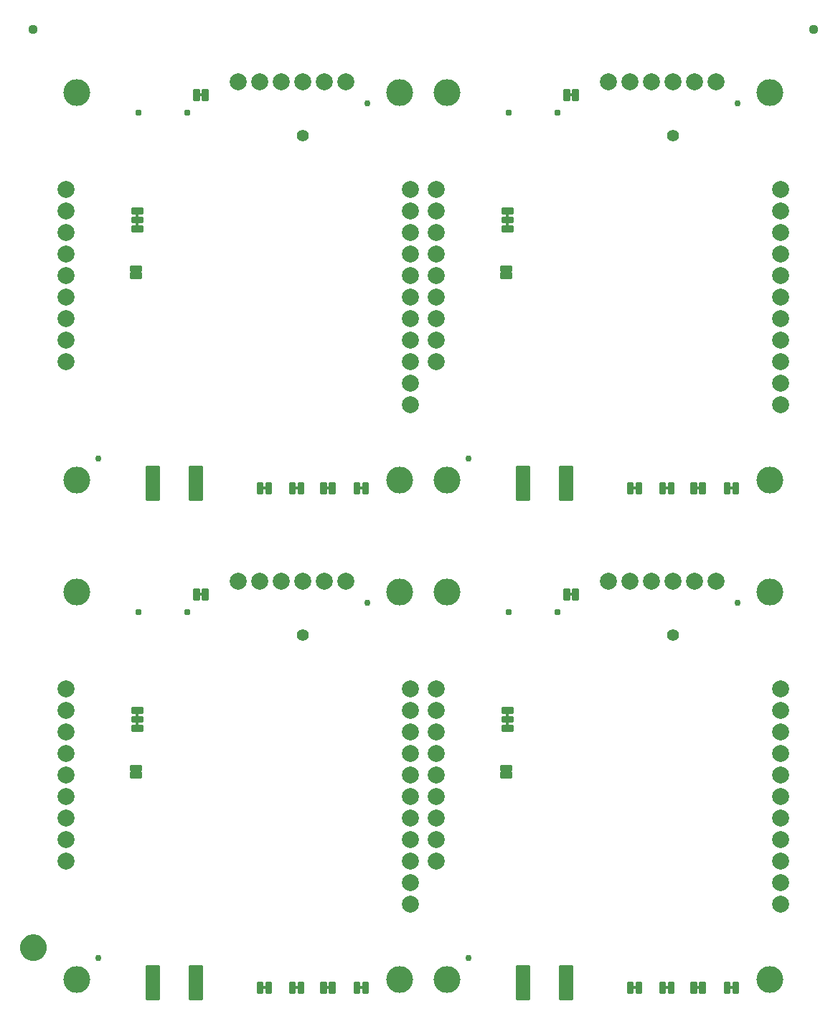
<source format=gbs>
G04 EAGLE Gerber RS-274X export*
G75*
%MOMM*%
%FSLAX34Y34*%
%LPD*%
%INSoldermask Bottom*%
%IPPOS*%
%AMOC8*
5,1,8,0,0,1.08239X$1,22.5*%
G01*
%ADD10C,0.228344*%
%ADD11C,2.006600*%
%ADD12C,0.762000*%
%ADD13C,3.175000*%
%ADD14C,0.228600*%
%ADD15C,0.777000*%
%ADD16C,0.227778*%
%ADD17C,1.397000*%
%ADD18C,1.127000*%
%ADD19C,1.270000*%
%ADD20C,1.627000*%

G36*
X534735Y924572D02*
X534735Y924572D01*
X534801Y924574D01*
X534844Y924592D01*
X534891Y924600D01*
X534948Y924634D01*
X535008Y924659D01*
X535043Y924690D01*
X535084Y924715D01*
X535126Y924766D01*
X535174Y924810D01*
X535196Y924852D01*
X535225Y924889D01*
X535246Y924951D01*
X535277Y925010D01*
X535285Y925064D01*
X535297Y925101D01*
X535296Y925141D01*
X535304Y925195D01*
X535304Y929005D01*
X535293Y929070D01*
X535291Y929136D01*
X535273Y929179D01*
X535265Y929226D01*
X535231Y929283D01*
X535206Y929343D01*
X535175Y929378D01*
X535150Y929419D01*
X535099Y929461D01*
X535055Y929509D01*
X535013Y929531D01*
X534976Y929560D01*
X534914Y929581D01*
X534855Y929612D01*
X534801Y929620D01*
X534764Y929632D01*
X534724Y929631D01*
X534670Y929639D01*
X532130Y929639D01*
X532065Y929628D01*
X531999Y929626D01*
X531956Y929608D01*
X531909Y929600D01*
X531852Y929566D01*
X531792Y929541D01*
X531757Y929510D01*
X531716Y929485D01*
X531675Y929434D01*
X531626Y929390D01*
X531604Y929348D01*
X531575Y929311D01*
X531554Y929249D01*
X531523Y929190D01*
X531515Y929136D01*
X531503Y929099D01*
X531503Y929095D01*
X531503Y929094D01*
X531504Y929059D01*
X531496Y929005D01*
X531496Y925195D01*
X531507Y925130D01*
X531509Y925064D01*
X531527Y925021D01*
X531535Y924974D01*
X531569Y924917D01*
X531594Y924857D01*
X531625Y924822D01*
X531650Y924781D01*
X531701Y924740D01*
X531745Y924691D01*
X531787Y924669D01*
X531824Y924640D01*
X531886Y924619D01*
X531945Y924588D01*
X531999Y924580D01*
X532036Y924568D01*
X532076Y924569D01*
X532130Y924561D01*
X534670Y924561D01*
X534735Y924572D01*
G37*
G36*
X97855Y924572D02*
X97855Y924572D01*
X97921Y924574D01*
X97964Y924592D01*
X98011Y924600D01*
X98068Y924634D01*
X98128Y924659D01*
X98163Y924690D01*
X98204Y924715D01*
X98246Y924766D01*
X98294Y924810D01*
X98316Y924852D01*
X98345Y924889D01*
X98366Y924951D01*
X98397Y925010D01*
X98405Y925064D01*
X98417Y925101D01*
X98416Y925141D01*
X98424Y925195D01*
X98424Y929005D01*
X98413Y929070D01*
X98411Y929136D01*
X98393Y929179D01*
X98385Y929226D01*
X98351Y929283D01*
X98326Y929343D01*
X98295Y929378D01*
X98270Y929419D01*
X98219Y929461D01*
X98175Y929509D01*
X98133Y929531D01*
X98096Y929560D01*
X98034Y929581D01*
X97975Y929612D01*
X97921Y929620D01*
X97884Y929632D01*
X97844Y929631D01*
X97790Y929639D01*
X95250Y929639D01*
X95185Y929628D01*
X95119Y929626D01*
X95076Y929608D01*
X95029Y929600D01*
X94972Y929566D01*
X94912Y929541D01*
X94877Y929510D01*
X94836Y929485D01*
X94795Y929434D01*
X94746Y929390D01*
X94724Y929348D01*
X94695Y929311D01*
X94674Y929249D01*
X94643Y929190D01*
X94635Y929136D01*
X94623Y929099D01*
X94623Y929095D01*
X94623Y929094D01*
X94624Y929059D01*
X94616Y929005D01*
X94616Y925195D01*
X94627Y925130D01*
X94629Y925064D01*
X94647Y925021D01*
X94655Y924974D01*
X94689Y924917D01*
X94714Y924857D01*
X94745Y924822D01*
X94770Y924781D01*
X94821Y924740D01*
X94865Y924691D01*
X94907Y924669D01*
X94944Y924640D01*
X95006Y924619D01*
X95065Y924588D01*
X95119Y924580D01*
X95156Y924568D01*
X95196Y924569D01*
X95250Y924561D01*
X97790Y924561D01*
X97855Y924572D01*
G37*
G36*
X534735Y914412D02*
X534735Y914412D01*
X534801Y914414D01*
X534844Y914432D01*
X534891Y914440D01*
X534948Y914474D01*
X535008Y914499D01*
X535043Y914530D01*
X535084Y914555D01*
X535126Y914606D01*
X535174Y914650D01*
X535196Y914692D01*
X535225Y914729D01*
X535246Y914791D01*
X535277Y914850D01*
X535285Y914904D01*
X535297Y914941D01*
X535296Y914981D01*
X535304Y915035D01*
X535304Y918845D01*
X535293Y918910D01*
X535291Y918976D01*
X535273Y919019D01*
X535265Y919066D01*
X535231Y919123D01*
X535206Y919183D01*
X535175Y919218D01*
X535150Y919259D01*
X535099Y919301D01*
X535055Y919349D01*
X535013Y919371D01*
X534976Y919400D01*
X534914Y919421D01*
X534855Y919452D01*
X534801Y919460D01*
X534764Y919472D01*
X534724Y919471D01*
X534670Y919479D01*
X532130Y919479D01*
X532065Y919468D01*
X531999Y919466D01*
X531956Y919448D01*
X531909Y919440D01*
X531852Y919406D01*
X531792Y919381D01*
X531757Y919350D01*
X531716Y919325D01*
X531675Y919274D01*
X531626Y919230D01*
X531604Y919188D01*
X531575Y919151D01*
X531554Y919089D01*
X531523Y919030D01*
X531515Y918976D01*
X531503Y918939D01*
X531503Y918935D01*
X531503Y918934D01*
X531504Y918899D01*
X531496Y918845D01*
X531496Y915035D01*
X531507Y914970D01*
X531509Y914904D01*
X531527Y914861D01*
X531535Y914814D01*
X531569Y914757D01*
X531594Y914697D01*
X531625Y914662D01*
X531650Y914621D01*
X531701Y914580D01*
X531745Y914531D01*
X531787Y914509D01*
X531824Y914480D01*
X531886Y914459D01*
X531945Y914428D01*
X531999Y914420D01*
X532036Y914408D01*
X532076Y914409D01*
X532130Y914401D01*
X534670Y914401D01*
X534735Y914412D01*
G37*
G36*
X97855Y914412D02*
X97855Y914412D01*
X97921Y914414D01*
X97964Y914432D01*
X98011Y914440D01*
X98068Y914474D01*
X98128Y914499D01*
X98163Y914530D01*
X98204Y914555D01*
X98246Y914606D01*
X98294Y914650D01*
X98316Y914692D01*
X98345Y914729D01*
X98366Y914791D01*
X98397Y914850D01*
X98405Y914904D01*
X98417Y914941D01*
X98416Y914981D01*
X98424Y915035D01*
X98424Y918845D01*
X98413Y918910D01*
X98411Y918976D01*
X98393Y919019D01*
X98385Y919066D01*
X98351Y919123D01*
X98326Y919183D01*
X98295Y919218D01*
X98270Y919259D01*
X98219Y919301D01*
X98175Y919349D01*
X98133Y919371D01*
X98096Y919400D01*
X98034Y919421D01*
X97975Y919452D01*
X97921Y919460D01*
X97884Y919472D01*
X97844Y919471D01*
X97790Y919479D01*
X95250Y919479D01*
X95185Y919468D01*
X95119Y919466D01*
X95076Y919448D01*
X95029Y919440D01*
X94972Y919406D01*
X94912Y919381D01*
X94877Y919350D01*
X94836Y919325D01*
X94795Y919274D01*
X94746Y919230D01*
X94724Y919188D01*
X94695Y919151D01*
X94674Y919089D01*
X94643Y919030D01*
X94635Y918976D01*
X94623Y918939D01*
X94623Y918935D01*
X94623Y918934D01*
X94624Y918899D01*
X94616Y918845D01*
X94616Y915035D01*
X94627Y914970D01*
X94629Y914904D01*
X94647Y914861D01*
X94655Y914814D01*
X94689Y914757D01*
X94714Y914697D01*
X94745Y914662D01*
X94770Y914621D01*
X94821Y914580D01*
X94865Y914531D01*
X94907Y914509D01*
X94944Y914480D01*
X95006Y914459D01*
X95065Y914428D01*
X95119Y914420D01*
X95156Y914408D01*
X95196Y914409D01*
X95250Y914401D01*
X97790Y914401D01*
X97855Y914412D01*
G37*
G36*
X534735Y335292D02*
X534735Y335292D01*
X534801Y335294D01*
X534844Y335312D01*
X534891Y335320D01*
X534948Y335354D01*
X535008Y335379D01*
X535043Y335410D01*
X535084Y335435D01*
X535126Y335486D01*
X535174Y335530D01*
X535196Y335572D01*
X535225Y335609D01*
X535246Y335671D01*
X535277Y335730D01*
X535285Y335784D01*
X535297Y335821D01*
X535296Y335861D01*
X535304Y335915D01*
X535304Y339725D01*
X535293Y339790D01*
X535291Y339856D01*
X535273Y339899D01*
X535265Y339946D01*
X535231Y340003D01*
X535206Y340063D01*
X535175Y340098D01*
X535150Y340139D01*
X535099Y340181D01*
X535055Y340229D01*
X535013Y340251D01*
X534976Y340280D01*
X534914Y340301D01*
X534855Y340332D01*
X534801Y340340D01*
X534764Y340352D01*
X534724Y340351D01*
X534670Y340359D01*
X532130Y340359D01*
X532065Y340348D01*
X531999Y340346D01*
X531956Y340328D01*
X531909Y340320D01*
X531852Y340286D01*
X531792Y340261D01*
X531757Y340230D01*
X531716Y340205D01*
X531675Y340154D01*
X531626Y340110D01*
X531604Y340068D01*
X531575Y340031D01*
X531554Y339969D01*
X531523Y339910D01*
X531515Y339856D01*
X531503Y339819D01*
X531503Y339815D01*
X531503Y339814D01*
X531504Y339779D01*
X531496Y339725D01*
X531496Y335915D01*
X531507Y335850D01*
X531509Y335784D01*
X531527Y335741D01*
X531535Y335694D01*
X531569Y335637D01*
X531594Y335577D01*
X531625Y335542D01*
X531650Y335501D01*
X531701Y335460D01*
X531745Y335411D01*
X531787Y335389D01*
X531824Y335360D01*
X531886Y335339D01*
X531945Y335308D01*
X531999Y335300D01*
X532036Y335288D01*
X532076Y335289D01*
X532130Y335281D01*
X534670Y335281D01*
X534735Y335292D01*
G37*
G36*
X97855Y335292D02*
X97855Y335292D01*
X97921Y335294D01*
X97964Y335312D01*
X98011Y335320D01*
X98068Y335354D01*
X98128Y335379D01*
X98163Y335410D01*
X98204Y335435D01*
X98246Y335486D01*
X98294Y335530D01*
X98316Y335572D01*
X98345Y335609D01*
X98366Y335671D01*
X98397Y335730D01*
X98405Y335784D01*
X98417Y335821D01*
X98416Y335861D01*
X98424Y335915D01*
X98424Y339725D01*
X98413Y339790D01*
X98411Y339856D01*
X98393Y339899D01*
X98385Y339946D01*
X98351Y340003D01*
X98326Y340063D01*
X98295Y340098D01*
X98270Y340139D01*
X98219Y340181D01*
X98175Y340229D01*
X98133Y340251D01*
X98096Y340280D01*
X98034Y340301D01*
X97975Y340332D01*
X97921Y340340D01*
X97884Y340352D01*
X97844Y340351D01*
X97790Y340359D01*
X95250Y340359D01*
X95185Y340348D01*
X95119Y340346D01*
X95076Y340328D01*
X95029Y340320D01*
X94972Y340286D01*
X94912Y340261D01*
X94877Y340230D01*
X94836Y340205D01*
X94795Y340154D01*
X94746Y340110D01*
X94724Y340068D01*
X94695Y340031D01*
X94674Y339969D01*
X94643Y339910D01*
X94635Y339856D01*
X94623Y339819D01*
X94623Y339815D01*
X94623Y339814D01*
X94624Y339779D01*
X94616Y339725D01*
X94616Y335915D01*
X94627Y335850D01*
X94629Y335784D01*
X94647Y335741D01*
X94655Y335694D01*
X94689Y335637D01*
X94714Y335577D01*
X94745Y335542D01*
X94770Y335501D01*
X94821Y335460D01*
X94865Y335411D01*
X94907Y335389D01*
X94944Y335360D01*
X95006Y335339D01*
X95065Y335308D01*
X95119Y335300D01*
X95156Y335288D01*
X95196Y335289D01*
X95250Y335281D01*
X97790Y335281D01*
X97855Y335292D01*
G37*
G36*
X534735Y325132D02*
X534735Y325132D01*
X534801Y325134D01*
X534844Y325152D01*
X534891Y325160D01*
X534948Y325194D01*
X535008Y325219D01*
X535043Y325250D01*
X535084Y325275D01*
X535126Y325326D01*
X535174Y325370D01*
X535196Y325412D01*
X535225Y325449D01*
X535246Y325511D01*
X535277Y325570D01*
X535285Y325624D01*
X535297Y325661D01*
X535296Y325701D01*
X535304Y325755D01*
X535304Y329565D01*
X535293Y329630D01*
X535291Y329696D01*
X535273Y329739D01*
X535265Y329786D01*
X535231Y329843D01*
X535206Y329903D01*
X535175Y329938D01*
X535150Y329979D01*
X535099Y330021D01*
X535055Y330069D01*
X535013Y330091D01*
X534976Y330120D01*
X534914Y330141D01*
X534855Y330172D01*
X534801Y330180D01*
X534764Y330192D01*
X534724Y330191D01*
X534670Y330199D01*
X532130Y330199D01*
X532065Y330188D01*
X531999Y330186D01*
X531956Y330168D01*
X531909Y330160D01*
X531852Y330126D01*
X531792Y330101D01*
X531757Y330070D01*
X531716Y330045D01*
X531675Y329994D01*
X531626Y329950D01*
X531604Y329908D01*
X531575Y329871D01*
X531554Y329809D01*
X531523Y329750D01*
X531515Y329696D01*
X531503Y329659D01*
X531503Y329655D01*
X531503Y329654D01*
X531504Y329619D01*
X531496Y329565D01*
X531496Y325755D01*
X531507Y325690D01*
X531509Y325624D01*
X531527Y325581D01*
X531535Y325534D01*
X531569Y325477D01*
X531594Y325417D01*
X531625Y325382D01*
X531650Y325341D01*
X531701Y325300D01*
X531745Y325251D01*
X531787Y325229D01*
X531824Y325200D01*
X531886Y325179D01*
X531945Y325148D01*
X531999Y325140D01*
X532036Y325128D01*
X532076Y325129D01*
X532130Y325121D01*
X534670Y325121D01*
X534735Y325132D01*
G37*
G36*
X97855Y325132D02*
X97855Y325132D01*
X97921Y325134D01*
X97964Y325152D01*
X98011Y325160D01*
X98068Y325194D01*
X98128Y325219D01*
X98163Y325250D01*
X98204Y325275D01*
X98246Y325326D01*
X98294Y325370D01*
X98316Y325412D01*
X98345Y325449D01*
X98366Y325511D01*
X98397Y325570D01*
X98405Y325624D01*
X98417Y325661D01*
X98416Y325701D01*
X98424Y325755D01*
X98424Y329565D01*
X98413Y329630D01*
X98411Y329696D01*
X98393Y329739D01*
X98385Y329786D01*
X98351Y329843D01*
X98326Y329903D01*
X98295Y329938D01*
X98270Y329979D01*
X98219Y330021D01*
X98175Y330069D01*
X98133Y330091D01*
X98096Y330120D01*
X98034Y330141D01*
X97975Y330172D01*
X97921Y330180D01*
X97884Y330192D01*
X97844Y330191D01*
X97790Y330199D01*
X95250Y330199D01*
X95185Y330188D01*
X95119Y330186D01*
X95076Y330168D01*
X95029Y330160D01*
X94972Y330126D01*
X94912Y330101D01*
X94877Y330070D01*
X94836Y330045D01*
X94795Y329994D01*
X94746Y329950D01*
X94724Y329908D01*
X94695Y329871D01*
X94674Y329809D01*
X94643Y329750D01*
X94635Y329696D01*
X94623Y329659D01*
X94623Y329655D01*
X94623Y329654D01*
X94624Y329619D01*
X94616Y329565D01*
X94616Y325755D01*
X94627Y325690D01*
X94629Y325624D01*
X94647Y325581D01*
X94655Y325534D01*
X94689Y325477D01*
X94714Y325417D01*
X94745Y325382D01*
X94770Y325341D01*
X94821Y325300D01*
X94865Y325251D01*
X94907Y325229D01*
X94944Y325200D01*
X95006Y325179D01*
X95065Y325148D01*
X95119Y325140D01*
X95156Y325128D01*
X95196Y325129D01*
X95250Y325121D01*
X97790Y325121D01*
X97855Y325132D01*
G37*
G36*
X610300Y478167D02*
X610300Y478167D01*
X610366Y478169D01*
X610409Y478187D01*
X610456Y478195D01*
X610513Y478229D01*
X610573Y478254D01*
X610608Y478285D01*
X610649Y478310D01*
X610691Y478361D01*
X610739Y478405D01*
X610761Y478447D01*
X610790Y478484D01*
X610811Y478546D01*
X610842Y478605D01*
X610850Y478659D01*
X610862Y478696D01*
X610861Y478736D01*
X610869Y478790D01*
X610869Y481330D01*
X610858Y481395D01*
X610856Y481461D01*
X610838Y481504D01*
X610830Y481551D01*
X610796Y481608D01*
X610771Y481668D01*
X610740Y481703D01*
X610715Y481744D01*
X610664Y481786D01*
X610620Y481834D01*
X610578Y481856D01*
X610541Y481885D01*
X610479Y481906D01*
X610420Y481937D01*
X610366Y481945D01*
X610329Y481957D01*
X610289Y481956D01*
X610235Y481964D01*
X606425Y481964D01*
X606360Y481953D01*
X606294Y481951D01*
X606251Y481933D01*
X606204Y481925D01*
X606147Y481891D01*
X606087Y481866D01*
X606052Y481835D01*
X606011Y481810D01*
X605970Y481759D01*
X605921Y481715D01*
X605899Y481673D01*
X605870Y481636D01*
X605849Y481574D01*
X605818Y481515D01*
X605810Y481461D01*
X605798Y481424D01*
X605798Y481421D01*
X605799Y481384D01*
X605791Y481330D01*
X605791Y478790D01*
X605802Y478725D01*
X605804Y478659D01*
X605822Y478616D01*
X605830Y478569D01*
X605864Y478512D01*
X605889Y478452D01*
X605920Y478417D01*
X605945Y478376D01*
X605996Y478335D01*
X606040Y478286D01*
X606082Y478264D01*
X606119Y478235D01*
X606181Y478214D01*
X606240Y478183D01*
X606294Y478175D01*
X606331Y478163D01*
X606371Y478164D01*
X606425Y478156D01*
X610235Y478156D01*
X610300Y478167D01*
G37*
G36*
X173420Y478167D02*
X173420Y478167D01*
X173486Y478169D01*
X173529Y478187D01*
X173576Y478195D01*
X173633Y478229D01*
X173693Y478254D01*
X173728Y478285D01*
X173769Y478310D01*
X173811Y478361D01*
X173859Y478405D01*
X173881Y478447D01*
X173910Y478484D01*
X173931Y478546D01*
X173962Y478605D01*
X173970Y478659D01*
X173982Y478696D01*
X173981Y478736D01*
X173989Y478790D01*
X173989Y481330D01*
X173978Y481395D01*
X173976Y481461D01*
X173958Y481504D01*
X173950Y481551D01*
X173916Y481608D01*
X173891Y481668D01*
X173860Y481703D01*
X173835Y481744D01*
X173784Y481786D01*
X173740Y481834D01*
X173698Y481856D01*
X173661Y481885D01*
X173599Y481906D01*
X173540Y481937D01*
X173486Y481945D01*
X173449Y481957D01*
X173409Y481956D01*
X173355Y481964D01*
X169545Y481964D01*
X169480Y481953D01*
X169414Y481951D01*
X169371Y481933D01*
X169324Y481925D01*
X169267Y481891D01*
X169207Y481866D01*
X169172Y481835D01*
X169131Y481810D01*
X169090Y481759D01*
X169041Y481715D01*
X169019Y481673D01*
X168990Y481636D01*
X168969Y481574D01*
X168938Y481515D01*
X168930Y481461D01*
X168918Y481424D01*
X168918Y481421D01*
X168919Y481384D01*
X168911Y481330D01*
X168911Y478790D01*
X168922Y478725D01*
X168924Y478659D01*
X168942Y478616D01*
X168950Y478569D01*
X168984Y478512D01*
X169009Y478452D01*
X169040Y478417D01*
X169065Y478376D01*
X169116Y478335D01*
X169160Y478286D01*
X169202Y478264D01*
X169239Y478235D01*
X169301Y478214D01*
X169360Y478183D01*
X169414Y478175D01*
X169451Y478163D01*
X169491Y478164D01*
X169545Y478156D01*
X173355Y478156D01*
X173420Y478167D01*
G37*
G36*
X610300Y1067447D02*
X610300Y1067447D01*
X610366Y1067449D01*
X610409Y1067467D01*
X610456Y1067475D01*
X610513Y1067509D01*
X610573Y1067534D01*
X610608Y1067565D01*
X610649Y1067590D01*
X610691Y1067641D01*
X610739Y1067685D01*
X610761Y1067727D01*
X610790Y1067764D01*
X610811Y1067826D01*
X610842Y1067885D01*
X610850Y1067939D01*
X610862Y1067976D01*
X610861Y1068016D01*
X610869Y1068070D01*
X610869Y1070610D01*
X610858Y1070675D01*
X610856Y1070741D01*
X610838Y1070784D01*
X610830Y1070831D01*
X610796Y1070888D01*
X610771Y1070948D01*
X610740Y1070983D01*
X610715Y1071024D01*
X610664Y1071066D01*
X610620Y1071114D01*
X610578Y1071136D01*
X610541Y1071165D01*
X610479Y1071186D01*
X610420Y1071217D01*
X610366Y1071225D01*
X610329Y1071237D01*
X610289Y1071236D01*
X610235Y1071244D01*
X606425Y1071244D01*
X606360Y1071233D01*
X606294Y1071231D01*
X606251Y1071213D01*
X606204Y1071205D01*
X606147Y1071171D01*
X606087Y1071146D01*
X606052Y1071115D01*
X606011Y1071090D01*
X605970Y1071039D01*
X605921Y1070995D01*
X605899Y1070953D01*
X605870Y1070916D01*
X605849Y1070854D01*
X605818Y1070795D01*
X605810Y1070741D01*
X605798Y1070704D01*
X605798Y1070701D01*
X605799Y1070664D01*
X605791Y1070610D01*
X605791Y1068070D01*
X605802Y1068005D01*
X605804Y1067939D01*
X605822Y1067896D01*
X605830Y1067849D01*
X605864Y1067792D01*
X605889Y1067732D01*
X605920Y1067697D01*
X605945Y1067656D01*
X605996Y1067615D01*
X606040Y1067566D01*
X606082Y1067544D01*
X606119Y1067515D01*
X606181Y1067494D01*
X606240Y1067463D01*
X606294Y1067455D01*
X606331Y1067443D01*
X606371Y1067444D01*
X606425Y1067436D01*
X610235Y1067436D01*
X610300Y1067447D01*
G37*
G36*
X173420Y1067447D02*
X173420Y1067447D01*
X173486Y1067449D01*
X173529Y1067467D01*
X173576Y1067475D01*
X173633Y1067509D01*
X173693Y1067534D01*
X173728Y1067565D01*
X173769Y1067590D01*
X173811Y1067641D01*
X173859Y1067685D01*
X173881Y1067727D01*
X173910Y1067764D01*
X173931Y1067826D01*
X173962Y1067885D01*
X173970Y1067939D01*
X173982Y1067976D01*
X173981Y1068016D01*
X173989Y1068070D01*
X173989Y1070610D01*
X173978Y1070675D01*
X173976Y1070741D01*
X173958Y1070784D01*
X173950Y1070831D01*
X173916Y1070888D01*
X173891Y1070948D01*
X173860Y1070983D01*
X173835Y1071024D01*
X173784Y1071066D01*
X173740Y1071114D01*
X173698Y1071136D01*
X173661Y1071165D01*
X173599Y1071186D01*
X173540Y1071217D01*
X173486Y1071225D01*
X173449Y1071237D01*
X173409Y1071236D01*
X173355Y1071244D01*
X169545Y1071244D01*
X169480Y1071233D01*
X169414Y1071231D01*
X169371Y1071213D01*
X169324Y1071205D01*
X169267Y1071171D01*
X169207Y1071146D01*
X169172Y1071115D01*
X169131Y1071090D01*
X169090Y1071039D01*
X169041Y1070995D01*
X169019Y1070953D01*
X168990Y1070916D01*
X168969Y1070854D01*
X168938Y1070795D01*
X168930Y1070741D01*
X168918Y1070704D01*
X168918Y1070701D01*
X168919Y1070664D01*
X168911Y1070610D01*
X168911Y1068070D01*
X168922Y1068005D01*
X168924Y1067939D01*
X168942Y1067896D01*
X168950Y1067849D01*
X168984Y1067792D01*
X169009Y1067732D01*
X169040Y1067697D01*
X169065Y1067656D01*
X169116Y1067615D01*
X169160Y1067566D01*
X169202Y1067544D01*
X169239Y1067515D01*
X169301Y1067494D01*
X169360Y1067463D01*
X169414Y1067455D01*
X169451Y1067443D01*
X169491Y1067444D01*
X169545Y1067436D01*
X173355Y1067436D01*
X173420Y1067447D01*
G37*
G36*
X723330Y603389D02*
X723330Y603389D01*
X723396Y603391D01*
X723439Y603409D01*
X723486Y603417D01*
X723543Y603451D01*
X723603Y603476D01*
X723638Y603507D01*
X723679Y603532D01*
X723721Y603583D01*
X723769Y603627D01*
X723791Y603669D01*
X723820Y603706D01*
X723841Y603768D01*
X723872Y603827D01*
X723880Y603881D01*
X723892Y603918D01*
X723891Y603958D01*
X723899Y604012D01*
X723899Y606552D01*
X723888Y606617D01*
X723886Y606683D01*
X723868Y606726D01*
X723860Y606773D01*
X723826Y606830D01*
X723801Y606890D01*
X723770Y606925D01*
X723745Y606966D01*
X723694Y607008D01*
X723650Y607056D01*
X723608Y607078D01*
X723571Y607107D01*
X723509Y607128D01*
X723450Y607159D01*
X723396Y607167D01*
X723359Y607179D01*
X723319Y607178D01*
X723265Y607186D01*
X719455Y607186D01*
X719390Y607175D01*
X719324Y607173D01*
X719281Y607155D01*
X719234Y607147D01*
X719177Y607113D01*
X719117Y607088D01*
X719082Y607057D01*
X719041Y607032D01*
X719000Y606981D01*
X718951Y606937D01*
X718929Y606895D01*
X718900Y606858D01*
X718879Y606796D01*
X718848Y606737D01*
X718840Y606683D01*
X718828Y606646D01*
X718828Y606643D01*
X718829Y606606D01*
X718821Y606552D01*
X718821Y604012D01*
X718832Y603947D01*
X718834Y603881D01*
X718852Y603838D01*
X718860Y603791D01*
X718894Y603734D01*
X718919Y603674D01*
X718950Y603639D01*
X718975Y603598D01*
X719026Y603557D01*
X719070Y603508D01*
X719112Y603486D01*
X719149Y603457D01*
X719211Y603436D01*
X719270Y603405D01*
X719324Y603397D01*
X719361Y603385D01*
X719401Y603386D01*
X719455Y603378D01*
X723265Y603378D01*
X723330Y603389D01*
G37*
G36*
X323280Y603389D02*
X323280Y603389D01*
X323346Y603391D01*
X323389Y603409D01*
X323436Y603417D01*
X323493Y603451D01*
X323553Y603476D01*
X323588Y603507D01*
X323629Y603532D01*
X323671Y603583D01*
X323719Y603627D01*
X323741Y603669D01*
X323770Y603706D01*
X323791Y603768D01*
X323822Y603827D01*
X323830Y603881D01*
X323842Y603918D01*
X323841Y603958D01*
X323849Y604012D01*
X323849Y606552D01*
X323838Y606617D01*
X323836Y606683D01*
X323818Y606726D01*
X323810Y606773D01*
X323776Y606830D01*
X323751Y606890D01*
X323720Y606925D01*
X323695Y606966D01*
X323644Y607008D01*
X323600Y607056D01*
X323558Y607078D01*
X323521Y607107D01*
X323459Y607128D01*
X323400Y607159D01*
X323346Y607167D01*
X323309Y607179D01*
X323269Y607178D01*
X323215Y607186D01*
X319405Y607186D01*
X319340Y607175D01*
X319274Y607173D01*
X319231Y607155D01*
X319184Y607147D01*
X319127Y607113D01*
X319067Y607088D01*
X319032Y607057D01*
X318991Y607032D01*
X318950Y606981D01*
X318901Y606937D01*
X318879Y606895D01*
X318850Y606858D01*
X318829Y606796D01*
X318798Y606737D01*
X318790Y606683D01*
X318778Y606646D01*
X318778Y606643D01*
X318779Y606606D01*
X318771Y606552D01*
X318771Y604012D01*
X318782Y603947D01*
X318784Y603881D01*
X318802Y603838D01*
X318810Y603791D01*
X318844Y603734D01*
X318869Y603674D01*
X318900Y603639D01*
X318925Y603598D01*
X318976Y603557D01*
X319020Y603508D01*
X319062Y603486D01*
X319099Y603457D01*
X319161Y603436D01*
X319220Y603405D01*
X319274Y603397D01*
X319311Y603385D01*
X319351Y603386D01*
X319405Y603378D01*
X323215Y603378D01*
X323280Y603389D01*
G37*
G36*
X799530Y603389D02*
X799530Y603389D01*
X799596Y603391D01*
X799639Y603409D01*
X799686Y603417D01*
X799743Y603451D01*
X799803Y603476D01*
X799838Y603507D01*
X799879Y603532D01*
X799921Y603583D01*
X799969Y603627D01*
X799991Y603669D01*
X800020Y603706D01*
X800041Y603768D01*
X800072Y603827D01*
X800080Y603881D01*
X800092Y603918D01*
X800091Y603958D01*
X800099Y604012D01*
X800099Y606552D01*
X800088Y606617D01*
X800086Y606683D01*
X800068Y606726D01*
X800060Y606773D01*
X800026Y606830D01*
X800001Y606890D01*
X799970Y606925D01*
X799945Y606966D01*
X799894Y607008D01*
X799850Y607056D01*
X799808Y607078D01*
X799771Y607107D01*
X799709Y607128D01*
X799650Y607159D01*
X799596Y607167D01*
X799559Y607179D01*
X799519Y607178D01*
X799465Y607186D01*
X795655Y607186D01*
X795590Y607175D01*
X795524Y607173D01*
X795481Y607155D01*
X795434Y607147D01*
X795377Y607113D01*
X795317Y607088D01*
X795282Y607057D01*
X795241Y607032D01*
X795200Y606981D01*
X795151Y606937D01*
X795129Y606895D01*
X795100Y606858D01*
X795079Y606796D01*
X795048Y606737D01*
X795040Y606683D01*
X795028Y606646D01*
X795028Y606643D01*
X795029Y606606D01*
X795021Y606552D01*
X795021Y604012D01*
X795032Y603947D01*
X795034Y603881D01*
X795052Y603838D01*
X795060Y603791D01*
X795094Y603734D01*
X795119Y603674D01*
X795150Y603639D01*
X795175Y603598D01*
X795226Y603557D01*
X795270Y603508D01*
X795312Y603486D01*
X795349Y603457D01*
X795411Y603436D01*
X795470Y603405D01*
X795524Y603397D01*
X795561Y603385D01*
X795601Y603386D01*
X795655Y603378D01*
X799465Y603378D01*
X799530Y603389D01*
G37*
G36*
X286450Y603389D02*
X286450Y603389D01*
X286516Y603391D01*
X286559Y603409D01*
X286606Y603417D01*
X286663Y603451D01*
X286723Y603476D01*
X286758Y603507D01*
X286799Y603532D01*
X286841Y603583D01*
X286889Y603627D01*
X286911Y603669D01*
X286940Y603706D01*
X286961Y603768D01*
X286992Y603827D01*
X287000Y603881D01*
X287012Y603918D01*
X287011Y603958D01*
X287019Y604012D01*
X287019Y606552D01*
X287008Y606617D01*
X287006Y606683D01*
X286988Y606726D01*
X286980Y606773D01*
X286946Y606830D01*
X286921Y606890D01*
X286890Y606925D01*
X286865Y606966D01*
X286814Y607008D01*
X286770Y607056D01*
X286728Y607078D01*
X286691Y607107D01*
X286629Y607128D01*
X286570Y607159D01*
X286516Y607167D01*
X286479Y607179D01*
X286439Y607178D01*
X286385Y607186D01*
X282575Y607186D01*
X282510Y607175D01*
X282444Y607173D01*
X282401Y607155D01*
X282354Y607147D01*
X282297Y607113D01*
X282237Y607088D01*
X282202Y607057D01*
X282161Y607032D01*
X282120Y606981D01*
X282071Y606937D01*
X282049Y606895D01*
X282020Y606858D01*
X281999Y606796D01*
X281968Y606737D01*
X281960Y606683D01*
X281948Y606646D01*
X281948Y606643D01*
X281949Y606606D01*
X281941Y606552D01*
X281941Y604012D01*
X281952Y603947D01*
X281954Y603881D01*
X281972Y603838D01*
X281980Y603791D01*
X282014Y603734D01*
X282039Y603674D01*
X282070Y603639D01*
X282095Y603598D01*
X282146Y603557D01*
X282190Y603508D01*
X282232Y603486D01*
X282269Y603457D01*
X282331Y603436D01*
X282390Y603405D01*
X282444Y603397D01*
X282481Y603385D01*
X282521Y603386D01*
X282575Y603378D01*
X286385Y603378D01*
X286450Y603389D01*
G37*
G36*
X248350Y603389D02*
X248350Y603389D01*
X248416Y603391D01*
X248459Y603409D01*
X248506Y603417D01*
X248563Y603451D01*
X248623Y603476D01*
X248658Y603507D01*
X248699Y603532D01*
X248741Y603583D01*
X248789Y603627D01*
X248811Y603669D01*
X248840Y603706D01*
X248861Y603768D01*
X248892Y603827D01*
X248900Y603881D01*
X248912Y603918D01*
X248911Y603958D01*
X248919Y604012D01*
X248919Y606552D01*
X248908Y606617D01*
X248906Y606683D01*
X248888Y606726D01*
X248880Y606773D01*
X248846Y606830D01*
X248821Y606890D01*
X248790Y606925D01*
X248765Y606966D01*
X248714Y607008D01*
X248670Y607056D01*
X248628Y607078D01*
X248591Y607107D01*
X248529Y607128D01*
X248470Y607159D01*
X248416Y607167D01*
X248379Y607179D01*
X248339Y607178D01*
X248285Y607186D01*
X244475Y607186D01*
X244410Y607175D01*
X244344Y607173D01*
X244301Y607155D01*
X244254Y607147D01*
X244197Y607113D01*
X244137Y607088D01*
X244102Y607057D01*
X244061Y607032D01*
X244020Y606981D01*
X243971Y606937D01*
X243949Y606895D01*
X243920Y606858D01*
X243899Y606796D01*
X243868Y606737D01*
X243860Y606683D01*
X243848Y606646D01*
X243848Y606643D01*
X243849Y606606D01*
X243841Y606552D01*
X243841Y604012D01*
X243852Y603947D01*
X243854Y603881D01*
X243872Y603838D01*
X243880Y603791D01*
X243914Y603734D01*
X243939Y603674D01*
X243970Y603639D01*
X243995Y603598D01*
X244046Y603557D01*
X244090Y603508D01*
X244132Y603486D01*
X244169Y603457D01*
X244231Y603436D01*
X244290Y603405D01*
X244344Y603397D01*
X244381Y603385D01*
X244421Y603386D01*
X244475Y603378D01*
X248285Y603378D01*
X248350Y603389D01*
G37*
G36*
X362650Y603389D02*
X362650Y603389D01*
X362716Y603391D01*
X362759Y603409D01*
X362806Y603417D01*
X362863Y603451D01*
X362923Y603476D01*
X362958Y603507D01*
X362999Y603532D01*
X363041Y603583D01*
X363089Y603627D01*
X363111Y603669D01*
X363140Y603706D01*
X363161Y603768D01*
X363192Y603827D01*
X363200Y603881D01*
X363212Y603918D01*
X363211Y603958D01*
X363219Y604012D01*
X363219Y606552D01*
X363208Y606617D01*
X363206Y606683D01*
X363188Y606726D01*
X363180Y606773D01*
X363146Y606830D01*
X363121Y606890D01*
X363090Y606925D01*
X363065Y606966D01*
X363014Y607008D01*
X362970Y607056D01*
X362928Y607078D01*
X362891Y607107D01*
X362829Y607128D01*
X362770Y607159D01*
X362716Y607167D01*
X362679Y607179D01*
X362639Y607178D01*
X362585Y607186D01*
X358775Y607186D01*
X358710Y607175D01*
X358644Y607173D01*
X358601Y607155D01*
X358554Y607147D01*
X358497Y607113D01*
X358437Y607088D01*
X358402Y607057D01*
X358361Y607032D01*
X358320Y606981D01*
X358271Y606937D01*
X358249Y606895D01*
X358220Y606858D01*
X358199Y606796D01*
X358168Y606737D01*
X358160Y606683D01*
X358148Y606646D01*
X358148Y606643D01*
X358149Y606606D01*
X358141Y606552D01*
X358141Y604012D01*
X358152Y603947D01*
X358154Y603881D01*
X358172Y603838D01*
X358180Y603791D01*
X358214Y603734D01*
X358239Y603674D01*
X358270Y603639D01*
X358295Y603598D01*
X358346Y603557D01*
X358390Y603508D01*
X358432Y603486D01*
X358469Y603457D01*
X358531Y603436D01*
X358590Y603405D01*
X358644Y603397D01*
X358681Y603385D01*
X358721Y603386D01*
X358775Y603378D01*
X362585Y603378D01*
X362650Y603389D01*
G37*
G36*
X685230Y603389D02*
X685230Y603389D01*
X685296Y603391D01*
X685339Y603409D01*
X685386Y603417D01*
X685443Y603451D01*
X685503Y603476D01*
X685538Y603507D01*
X685579Y603532D01*
X685621Y603583D01*
X685669Y603627D01*
X685691Y603669D01*
X685720Y603706D01*
X685741Y603768D01*
X685772Y603827D01*
X685780Y603881D01*
X685792Y603918D01*
X685791Y603958D01*
X685799Y604012D01*
X685799Y606552D01*
X685788Y606617D01*
X685786Y606683D01*
X685768Y606726D01*
X685760Y606773D01*
X685726Y606830D01*
X685701Y606890D01*
X685670Y606925D01*
X685645Y606966D01*
X685594Y607008D01*
X685550Y607056D01*
X685508Y607078D01*
X685471Y607107D01*
X685409Y607128D01*
X685350Y607159D01*
X685296Y607167D01*
X685259Y607179D01*
X685219Y607178D01*
X685165Y607186D01*
X681355Y607186D01*
X681290Y607175D01*
X681224Y607173D01*
X681181Y607155D01*
X681134Y607147D01*
X681077Y607113D01*
X681017Y607088D01*
X680982Y607057D01*
X680941Y607032D01*
X680900Y606981D01*
X680851Y606937D01*
X680829Y606895D01*
X680800Y606858D01*
X680779Y606796D01*
X680748Y606737D01*
X680740Y606683D01*
X680728Y606646D01*
X680728Y606643D01*
X680729Y606606D01*
X680721Y606552D01*
X680721Y604012D01*
X680732Y603947D01*
X680734Y603881D01*
X680752Y603838D01*
X680760Y603791D01*
X680794Y603734D01*
X680819Y603674D01*
X680850Y603639D01*
X680875Y603598D01*
X680926Y603557D01*
X680970Y603508D01*
X681012Y603486D01*
X681049Y603457D01*
X681111Y603436D01*
X681170Y603405D01*
X681224Y603397D01*
X681261Y603385D01*
X681301Y603386D01*
X681355Y603378D01*
X685165Y603378D01*
X685230Y603389D01*
G37*
G36*
X760160Y603389D02*
X760160Y603389D01*
X760226Y603391D01*
X760269Y603409D01*
X760316Y603417D01*
X760373Y603451D01*
X760433Y603476D01*
X760468Y603507D01*
X760509Y603532D01*
X760551Y603583D01*
X760599Y603627D01*
X760621Y603669D01*
X760650Y603706D01*
X760671Y603768D01*
X760702Y603827D01*
X760710Y603881D01*
X760722Y603918D01*
X760721Y603958D01*
X760729Y604012D01*
X760729Y606552D01*
X760718Y606617D01*
X760716Y606683D01*
X760698Y606726D01*
X760690Y606773D01*
X760656Y606830D01*
X760631Y606890D01*
X760600Y606925D01*
X760575Y606966D01*
X760524Y607008D01*
X760480Y607056D01*
X760438Y607078D01*
X760401Y607107D01*
X760339Y607128D01*
X760280Y607159D01*
X760226Y607167D01*
X760189Y607179D01*
X760149Y607178D01*
X760095Y607186D01*
X756285Y607186D01*
X756220Y607175D01*
X756154Y607173D01*
X756111Y607155D01*
X756064Y607147D01*
X756007Y607113D01*
X755947Y607088D01*
X755912Y607057D01*
X755871Y607032D01*
X755830Y606981D01*
X755781Y606937D01*
X755759Y606895D01*
X755730Y606858D01*
X755709Y606796D01*
X755678Y606737D01*
X755670Y606683D01*
X755658Y606646D01*
X755658Y606643D01*
X755659Y606606D01*
X755651Y606552D01*
X755651Y604012D01*
X755662Y603947D01*
X755664Y603881D01*
X755682Y603838D01*
X755690Y603791D01*
X755724Y603734D01*
X755749Y603674D01*
X755780Y603639D01*
X755805Y603598D01*
X755856Y603557D01*
X755900Y603508D01*
X755942Y603486D01*
X755979Y603457D01*
X756041Y603436D01*
X756100Y603405D01*
X756154Y603397D01*
X756191Y603385D01*
X756231Y603386D01*
X756285Y603378D01*
X760095Y603378D01*
X760160Y603389D01*
G37*
G36*
X760160Y14109D02*
X760160Y14109D01*
X760226Y14111D01*
X760269Y14129D01*
X760316Y14137D01*
X760373Y14171D01*
X760433Y14196D01*
X760468Y14227D01*
X760509Y14252D01*
X760551Y14303D01*
X760599Y14347D01*
X760621Y14389D01*
X760650Y14426D01*
X760671Y14488D01*
X760702Y14547D01*
X760710Y14601D01*
X760722Y14638D01*
X760721Y14678D01*
X760729Y14732D01*
X760729Y17272D01*
X760718Y17337D01*
X760716Y17403D01*
X760698Y17446D01*
X760690Y17493D01*
X760656Y17550D01*
X760631Y17610D01*
X760600Y17645D01*
X760575Y17686D01*
X760524Y17728D01*
X760480Y17776D01*
X760438Y17798D01*
X760401Y17827D01*
X760339Y17848D01*
X760280Y17879D01*
X760226Y17887D01*
X760189Y17899D01*
X760149Y17898D01*
X760095Y17906D01*
X756285Y17906D01*
X756220Y17895D01*
X756154Y17893D01*
X756111Y17875D01*
X756064Y17867D01*
X756007Y17833D01*
X755947Y17808D01*
X755912Y17777D01*
X755871Y17752D01*
X755830Y17701D01*
X755781Y17657D01*
X755759Y17615D01*
X755730Y17578D01*
X755709Y17516D01*
X755678Y17457D01*
X755670Y17403D01*
X755658Y17366D01*
X755658Y17363D01*
X755659Y17326D01*
X755651Y17272D01*
X755651Y14732D01*
X755662Y14667D01*
X755664Y14601D01*
X755682Y14558D01*
X755690Y14511D01*
X755724Y14454D01*
X755749Y14394D01*
X755780Y14359D01*
X755805Y14318D01*
X755856Y14277D01*
X755900Y14228D01*
X755942Y14206D01*
X755979Y14177D01*
X756041Y14156D01*
X756100Y14125D01*
X756154Y14117D01*
X756191Y14105D01*
X756231Y14106D01*
X756285Y14098D01*
X760095Y14098D01*
X760160Y14109D01*
G37*
G36*
X685230Y14109D02*
X685230Y14109D01*
X685296Y14111D01*
X685339Y14129D01*
X685386Y14137D01*
X685443Y14171D01*
X685503Y14196D01*
X685538Y14227D01*
X685579Y14252D01*
X685621Y14303D01*
X685669Y14347D01*
X685691Y14389D01*
X685720Y14426D01*
X685741Y14488D01*
X685772Y14547D01*
X685780Y14601D01*
X685792Y14638D01*
X685791Y14678D01*
X685799Y14732D01*
X685799Y17272D01*
X685788Y17337D01*
X685786Y17403D01*
X685768Y17446D01*
X685760Y17493D01*
X685726Y17550D01*
X685701Y17610D01*
X685670Y17645D01*
X685645Y17686D01*
X685594Y17728D01*
X685550Y17776D01*
X685508Y17798D01*
X685471Y17827D01*
X685409Y17848D01*
X685350Y17879D01*
X685296Y17887D01*
X685259Y17899D01*
X685219Y17898D01*
X685165Y17906D01*
X681355Y17906D01*
X681290Y17895D01*
X681224Y17893D01*
X681181Y17875D01*
X681134Y17867D01*
X681077Y17833D01*
X681017Y17808D01*
X680982Y17777D01*
X680941Y17752D01*
X680900Y17701D01*
X680851Y17657D01*
X680829Y17615D01*
X680800Y17578D01*
X680779Y17516D01*
X680748Y17457D01*
X680740Y17403D01*
X680728Y17366D01*
X680728Y17363D01*
X680729Y17326D01*
X680721Y17272D01*
X680721Y14732D01*
X680732Y14667D01*
X680734Y14601D01*
X680752Y14558D01*
X680760Y14511D01*
X680794Y14454D01*
X680819Y14394D01*
X680850Y14359D01*
X680875Y14318D01*
X680926Y14277D01*
X680970Y14228D01*
X681012Y14206D01*
X681049Y14177D01*
X681111Y14156D01*
X681170Y14125D01*
X681224Y14117D01*
X681261Y14105D01*
X681301Y14106D01*
X681355Y14098D01*
X685165Y14098D01*
X685230Y14109D01*
G37*
G36*
X799530Y14109D02*
X799530Y14109D01*
X799596Y14111D01*
X799639Y14129D01*
X799686Y14137D01*
X799743Y14171D01*
X799803Y14196D01*
X799838Y14227D01*
X799879Y14252D01*
X799921Y14303D01*
X799969Y14347D01*
X799991Y14389D01*
X800020Y14426D01*
X800041Y14488D01*
X800072Y14547D01*
X800080Y14601D01*
X800092Y14638D01*
X800091Y14678D01*
X800099Y14732D01*
X800099Y17272D01*
X800088Y17337D01*
X800086Y17403D01*
X800068Y17446D01*
X800060Y17493D01*
X800026Y17550D01*
X800001Y17610D01*
X799970Y17645D01*
X799945Y17686D01*
X799894Y17728D01*
X799850Y17776D01*
X799808Y17798D01*
X799771Y17827D01*
X799709Y17848D01*
X799650Y17879D01*
X799596Y17887D01*
X799559Y17899D01*
X799519Y17898D01*
X799465Y17906D01*
X795655Y17906D01*
X795590Y17895D01*
X795524Y17893D01*
X795481Y17875D01*
X795434Y17867D01*
X795377Y17833D01*
X795317Y17808D01*
X795282Y17777D01*
X795241Y17752D01*
X795200Y17701D01*
X795151Y17657D01*
X795129Y17615D01*
X795100Y17578D01*
X795079Y17516D01*
X795048Y17457D01*
X795040Y17403D01*
X795028Y17366D01*
X795028Y17363D01*
X795029Y17326D01*
X795021Y17272D01*
X795021Y14732D01*
X795032Y14667D01*
X795034Y14601D01*
X795052Y14558D01*
X795060Y14511D01*
X795094Y14454D01*
X795119Y14394D01*
X795150Y14359D01*
X795175Y14318D01*
X795226Y14277D01*
X795270Y14228D01*
X795312Y14206D01*
X795349Y14177D01*
X795411Y14156D01*
X795470Y14125D01*
X795524Y14117D01*
X795561Y14105D01*
X795601Y14106D01*
X795655Y14098D01*
X799465Y14098D01*
X799530Y14109D01*
G37*
G36*
X248350Y14109D02*
X248350Y14109D01*
X248416Y14111D01*
X248459Y14129D01*
X248506Y14137D01*
X248563Y14171D01*
X248623Y14196D01*
X248658Y14227D01*
X248699Y14252D01*
X248741Y14303D01*
X248789Y14347D01*
X248811Y14389D01*
X248840Y14426D01*
X248861Y14488D01*
X248892Y14547D01*
X248900Y14601D01*
X248912Y14638D01*
X248911Y14678D01*
X248919Y14732D01*
X248919Y17272D01*
X248908Y17337D01*
X248906Y17403D01*
X248888Y17446D01*
X248880Y17493D01*
X248846Y17550D01*
X248821Y17610D01*
X248790Y17645D01*
X248765Y17686D01*
X248714Y17728D01*
X248670Y17776D01*
X248628Y17798D01*
X248591Y17827D01*
X248529Y17848D01*
X248470Y17879D01*
X248416Y17887D01*
X248379Y17899D01*
X248339Y17898D01*
X248285Y17906D01*
X244475Y17906D01*
X244410Y17895D01*
X244344Y17893D01*
X244301Y17875D01*
X244254Y17867D01*
X244197Y17833D01*
X244137Y17808D01*
X244102Y17777D01*
X244061Y17752D01*
X244020Y17701D01*
X243971Y17657D01*
X243949Y17615D01*
X243920Y17578D01*
X243899Y17516D01*
X243868Y17457D01*
X243860Y17403D01*
X243848Y17366D01*
X243848Y17363D01*
X243849Y17326D01*
X243841Y17272D01*
X243841Y14732D01*
X243852Y14667D01*
X243854Y14601D01*
X243872Y14558D01*
X243880Y14511D01*
X243914Y14454D01*
X243939Y14394D01*
X243970Y14359D01*
X243995Y14318D01*
X244046Y14277D01*
X244090Y14228D01*
X244132Y14206D01*
X244169Y14177D01*
X244231Y14156D01*
X244290Y14125D01*
X244344Y14117D01*
X244381Y14105D01*
X244421Y14106D01*
X244475Y14098D01*
X248285Y14098D01*
X248350Y14109D01*
G37*
G36*
X723330Y14109D02*
X723330Y14109D01*
X723396Y14111D01*
X723439Y14129D01*
X723486Y14137D01*
X723543Y14171D01*
X723603Y14196D01*
X723638Y14227D01*
X723679Y14252D01*
X723721Y14303D01*
X723769Y14347D01*
X723791Y14389D01*
X723820Y14426D01*
X723841Y14488D01*
X723872Y14547D01*
X723880Y14601D01*
X723892Y14638D01*
X723891Y14678D01*
X723899Y14732D01*
X723899Y17272D01*
X723888Y17337D01*
X723886Y17403D01*
X723868Y17446D01*
X723860Y17493D01*
X723826Y17550D01*
X723801Y17610D01*
X723770Y17645D01*
X723745Y17686D01*
X723694Y17728D01*
X723650Y17776D01*
X723608Y17798D01*
X723571Y17827D01*
X723509Y17848D01*
X723450Y17879D01*
X723396Y17887D01*
X723359Y17899D01*
X723319Y17898D01*
X723265Y17906D01*
X719455Y17906D01*
X719390Y17895D01*
X719324Y17893D01*
X719281Y17875D01*
X719234Y17867D01*
X719177Y17833D01*
X719117Y17808D01*
X719082Y17777D01*
X719041Y17752D01*
X719000Y17701D01*
X718951Y17657D01*
X718929Y17615D01*
X718900Y17578D01*
X718879Y17516D01*
X718848Y17457D01*
X718840Y17403D01*
X718828Y17366D01*
X718828Y17363D01*
X718829Y17326D01*
X718821Y17272D01*
X718821Y14732D01*
X718832Y14667D01*
X718834Y14601D01*
X718852Y14558D01*
X718860Y14511D01*
X718894Y14454D01*
X718919Y14394D01*
X718950Y14359D01*
X718975Y14318D01*
X719026Y14277D01*
X719070Y14228D01*
X719112Y14206D01*
X719149Y14177D01*
X719211Y14156D01*
X719270Y14125D01*
X719324Y14117D01*
X719361Y14105D01*
X719401Y14106D01*
X719455Y14098D01*
X723265Y14098D01*
X723330Y14109D01*
G37*
G36*
X323280Y14109D02*
X323280Y14109D01*
X323346Y14111D01*
X323389Y14129D01*
X323436Y14137D01*
X323493Y14171D01*
X323553Y14196D01*
X323588Y14227D01*
X323629Y14252D01*
X323671Y14303D01*
X323719Y14347D01*
X323741Y14389D01*
X323770Y14426D01*
X323791Y14488D01*
X323822Y14547D01*
X323830Y14601D01*
X323842Y14638D01*
X323841Y14678D01*
X323849Y14732D01*
X323849Y17272D01*
X323838Y17337D01*
X323836Y17403D01*
X323818Y17446D01*
X323810Y17493D01*
X323776Y17550D01*
X323751Y17610D01*
X323720Y17645D01*
X323695Y17686D01*
X323644Y17728D01*
X323600Y17776D01*
X323558Y17798D01*
X323521Y17827D01*
X323459Y17848D01*
X323400Y17879D01*
X323346Y17887D01*
X323309Y17899D01*
X323269Y17898D01*
X323215Y17906D01*
X319405Y17906D01*
X319340Y17895D01*
X319274Y17893D01*
X319231Y17875D01*
X319184Y17867D01*
X319127Y17833D01*
X319067Y17808D01*
X319032Y17777D01*
X318991Y17752D01*
X318950Y17701D01*
X318901Y17657D01*
X318879Y17615D01*
X318850Y17578D01*
X318829Y17516D01*
X318798Y17457D01*
X318790Y17403D01*
X318778Y17366D01*
X318778Y17363D01*
X318779Y17326D01*
X318771Y17272D01*
X318771Y14732D01*
X318782Y14667D01*
X318784Y14601D01*
X318802Y14558D01*
X318810Y14511D01*
X318844Y14454D01*
X318869Y14394D01*
X318900Y14359D01*
X318925Y14318D01*
X318976Y14277D01*
X319020Y14228D01*
X319062Y14206D01*
X319099Y14177D01*
X319161Y14156D01*
X319220Y14125D01*
X319274Y14117D01*
X319311Y14105D01*
X319351Y14106D01*
X319405Y14098D01*
X323215Y14098D01*
X323280Y14109D01*
G37*
G36*
X286450Y14109D02*
X286450Y14109D01*
X286516Y14111D01*
X286559Y14129D01*
X286606Y14137D01*
X286663Y14171D01*
X286723Y14196D01*
X286758Y14227D01*
X286799Y14252D01*
X286841Y14303D01*
X286889Y14347D01*
X286911Y14389D01*
X286940Y14426D01*
X286961Y14488D01*
X286992Y14547D01*
X287000Y14601D01*
X287012Y14638D01*
X287011Y14678D01*
X287019Y14732D01*
X287019Y17272D01*
X287008Y17337D01*
X287006Y17403D01*
X286988Y17446D01*
X286980Y17493D01*
X286946Y17550D01*
X286921Y17610D01*
X286890Y17645D01*
X286865Y17686D01*
X286814Y17728D01*
X286770Y17776D01*
X286728Y17798D01*
X286691Y17827D01*
X286629Y17848D01*
X286570Y17879D01*
X286516Y17887D01*
X286479Y17899D01*
X286439Y17898D01*
X286385Y17906D01*
X282575Y17906D01*
X282510Y17895D01*
X282444Y17893D01*
X282401Y17875D01*
X282354Y17867D01*
X282297Y17833D01*
X282237Y17808D01*
X282202Y17777D01*
X282161Y17752D01*
X282120Y17701D01*
X282071Y17657D01*
X282049Y17615D01*
X282020Y17578D01*
X281999Y17516D01*
X281968Y17457D01*
X281960Y17403D01*
X281948Y17366D01*
X281948Y17363D01*
X281949Y17326D01*
X281941Y17272D01*
X281941Y14732D01*
X281952Y14667D01*
X281954Y14601D01*
X281972Y14558D01*
X281980Y14511D01*
X282014Y14454D01*
X282039Y14394D01*
X282070Y14359D01*
X282095Y14318D01*
X282146Y14277D01*
X282190Y14228D01*
X282232Y14206D01*
X282269Y14177D01*
X282331Y14156D01*
X282390Y14125D01*
X282444Y14117D01*
X282481Y14105D01*
X282521Y14106D01*
X282575Y14098D01*
X286385Y14098D01*
X286450Y14109D01*
G37*
G36*
X362650Y14109D02*
X362650Y14109D01*
X362716Y14111D01*
X362759Y14129D01*
X362806Y14137D01*
X362863Y14171D01*
X362923Y14196D01*
X362958Y14227D01*
X362999Y14252D01*
X363041Y14303D01*
X363089Y14347D01*
X363111Y14389D01*
X363140Y14426D01*
X363161Y14488D01*
X363192Y14547D01*
X363200Y14601D01*
X363212Y14638D01*
X363211Y14678D01*
X363219Y14732D01*
X363219Y17272D01*
X363208Y17337D01*
X363206Y17403D01*
X363188Y17446D01*
X363180Y17493D01*
X363146Y17550D01*
X363121Y17610D01*
X363090Y17645D01*
X363065Y17686D01*
X363014Y17728D01*
X362970Y17776D01*
X362928Y17798D01*
X362891Y17827D01*
X362829Y17848D01*
X362770Y17879D01*
X362716Y17887D01*
X362679Y17899D01*
X362639Y17898D01*
X362585Y17906D01*
X358775Y17906D01*
X358710Y17895D01*
X358644Y17893D01*
X358601Y17875D01*
X358554Y17867D01*
X358497Y17833D01*
X358437Y17808D01*
X358402Y17777D01*
X358361Y17752D01*
X358320Y17701D01*
X358271Y17657D01*
X358249Y17615D01*
X358220Y17578D01*
X358199Y17516D01*
X358168Y17457D01*
X358160Y17403D01*
X358148Y17366D01*
X358148Y17363D01*
X358149Y17326D01*
X358141Y17272D01*
X358141Y14732D01*
X358152Y14667D01*
X358154Y14601D01*
X358172Y14558D01*
X358180Y14511D01*
X358214Y14454D01*
X358239Y14394D01*
X358270Y14359D01*
X358295Y14318D01*
X358346Y14277D01*
X358390Y14228D01*
X358432Y14206D01*
X358469Y14177D01*
X358531Y14156D01*
X358590Y14125D01*
X358644Y14117D01*
X358681Y14105D01*
X358721Y14106D01*
X358775Y14098D01*
X362585Y14098D01*
X362650Y14109D01*
G37*
D10*
X102364Y325122D02*
X102364Y319530D01*
X90676Y319530D01*
X90676Y325122D01*
X102364Y325122D01*
X102364Y321699D02*
X90676Y321699D01*
X90676Y323868D02*
X102364Y323868D01*
X102364Y329944D02*
X102364Y335536D01*
X102364Y329944D02*
X90676Y329944D01*
X90676Y335536D01*
X102364Y335536D01*
X102364Y332113D02*
X90676Y332113D01*
X90676Y334282D02*
X102364Y334282D01*
X102364Y340358D02*
X102364Y345950D01*
X102364Y340358D02*
X90676Y340358D01*
X90676Y345950D01*
X102364Y345950D01*
X102364Y342527D02*
X90676Y342527D01*
X90676Y344696D02*
X102364Y344696D01*
D11*
X419100Y368300D03*
X419100Y342900D03*
X419100Y317500D03*
X419100Y292100D03*
X419100Y266700D03*
X419100Y241300D03*
X419100Y215900D03*
X419100Y190500D03*
X419100Y165100D03*
X419100Y139700D03*
X419100Y114300D03*
D12*
X50800Y50800D03*
X368300Y469900D03*
D13*
X406400Y482600D03*
X25400Y482600D03*
D14*
X100584Y269875D02*
X100584Y264541D01*
X88900Y264541D01*
X88900Y269875D01*
X100584Y269875D01*
X100584Y266713D02*
X88900Y266713D01*
X88900Y268885D02*
X100584Y268885D01*
X100584Y272669D02*
X100584Y278003D01*
X100584Y272669D02*
X88900Y272669D01*
X88900Y278003D01*
X100584Y278003D01*
X100584Y274841D02*
X88900Y274841D01*
X88900Y277013D02*
X100584Y277013D01*
D10*
X248791Y21846D02*
X254383Y21846D01*
X254383Y10158D01*
X248791Y10158D01*
X248791Y21846D01*
X248791Y12327D02*
X254383Y12327D01*
X254383Y14496D02*
X248791Y14496D01*
X248791Y16665D02*
X254383Y16665D01*
X254383Y18834D02*
X248791Y18834D01*
X248791Y21003D02*
X254383Y21003D01*
X243969Y21846D02*
X238377Y21846D01*
X243969Y21846D02*
X243969Y10158D01*
X238377Y10158D01*
X238377Y21846D01*
X238377Y12327D02*
X243969Y12327D01*
X243969Y14496D02*
X238377Y14496D01*
X238377Y16665D02*
X243969Y16665D01*
X243969Y18834D02*
X238377Y18834D01*
X238377Y21003D02*
X243969Y21003D01*
D15*
X155900Y459204D03*
X98100Y459204D03*
D10*
X363091Y21846D02*
X368683Y21846D01*
X368683Y10158D01*
X363091Y10158D01*
X363091Y21846D01*
X363091Y12327D02*
X368683Y12327D01*
X368683Y14496D02*
X363091Y14496D01*
X363091Y16665D02*
X368683Y16665D01*
X368683Y18834D02*
X363091Y18834D01*
X363091Y21003D02*
X368683Y21003D01*
X358269Y21846D02*
X352677Y21846D01*
X358269Y21846D02*
X358269Y10158D01*
X352677Y10158D01*
X352677Y21846D01*
X352677Y12327D02*
X358269Y12327D01*
X358269Y14496D02*
X352677Y14496D01*
X352677Y16665D02*
X358269Y16665D01*
X358269Y18834D02*
X352677Y18834D01*
X352677Y21003D02*
X358269Y21003D01*
X292483Y21846D02*
X286891Y21846D01*
X292483Y21846D02*
X292483Y10158D01*
X286891Y10158D01*
X286891Y21846D01*
X286891Y12327D02*
X292483Y12327D01*
X292483Y14496D02*
X286891Y14496D01*
X286891Y16665D02*
X292483Y16665D01*
X292483Y18834D02*
X286891Y18834D01*
X286891Y21003D02*
X292483Y21003D01*
X282069Y21846D02*
X276477Y21846D01*
X282069Y21846D02*
X282069Y10158D01*
X276477Y10158D01*
X276477Y21846D01*
X276477Y12327D02*
X282069Y12327D01*
X282069Y14496D02*
X276477Y14496D01*
X276477Y16665D02*
X282069Y16665D01*
X282069Y18834D02*
X276477Y18834D01*
X276477Y21003D02*
X282069Y21003D01*
D13*
X25400Y25146D03*
X406400Y25146D03*
D11*
X342900Y495300D03*
X317500Y495300D03*
X292100Y495300D03*
X266700Y495300D03*
X241300Y495300D03*
X215900Y495300D03*
X12700Y165100D03*
X12700Y190500D03*
X12700Y215900D03*
X12700Y241300D03*
X12700Y266700D03*
X12700Y292100D03*
X12700Y317500D03*
X12700Y342900D03*
X12700Y368300D03*
D10*
X323721Y21846D02*
X329313Y21846D01*
X329313Y10158D01*
X323721Y10158D01*
X323721Y21846D01*
X323721Y12327D02*
X329313Y12327D01*
X329313Y14496D02*
X323721Y14496D01*
X323721Y16665D02*
X329313Y16665D01*
X329313Y18834D02*
X323721Y18834D01*
X323721Y21003D02*
X329313Y21003D01*
X318899Y21846D02*
X313307Y21846D01*
X318899Y21846D02*
X318899Y10158D01*
X313307Y10158D01*
X313307Y21846D01*
X313307Y12327D02*
X318899Y12327D01*
X318899Y14496D02*
X313307Y14496D01*
X313307Y16665D02*
X318899Y16665D01*
X318899Y18834D02*
X313307Y18834D01*
X313307Y21003D02*
X318899Y21003D01*
D16*
X172596Y41896D02*
X158604Y41896D01*
X172596Y41896D02*
X172596Y2904D01*
X158604Y2904D01*
X158604Y41896D01*
X158604Y5068D02*
X172596Y5068D01*
X172596Y7232D02*
X158604Y7232D01*
X158604Y9396D02*
X172596Y9396D01*
X172596Y11560D02*
X158604Y11560D01*
X158604Y13724D02*
X172596Y13724D01*
X172596Y15888D02*
X158604Y15888D01*
X158604Y18052D02*
X172596Y18052D01*
X172596Y20216D02*
X158604Y20216D01*
X158604Y22380D02*
X172596Y22380D01*
X172596Y24544D02*
X158604Y24544D01*
X158604Y26708D02*
X172596Y26708D01*
X172596Y28872D02*
X158604Y28872D01*
X158604Y31036D02*
X172596Y31036D01*
X172596Y33200D02*
X158604Y33200D01*
X158604Y35364D02*
X172596Y35364D01*
X172596Y37528D02*
X158604Y37528D01*
X158604Y39692D02*
X172596Y39692D01*
X172596Y41856D02*
X158604Y41856D01*
X121796Y41896D02*
X107804Y41896D01*
X121796Y41896D02*
X121796Y2904D01*
X107804Y2904D01*
X107804Y41896D01*
X107804Y5068D02*
X121796Y5068D01*
X121796Y7232D02*
X107804Y7232D01*
X107804Y9396D02*
X121796Y9396D01*
X121796Y11560D02*
X107804Y11560D01*
X107804Y13724D02*
X121796Y13724D01*
X121796Y15888D02*
X107804Y15888D01*
X107804Y18052D02*
X121796Y18052D01*
X121796Y20216D02*
X107804Y20216D01*
X107804Y22380D02*
X121796Y22380D01*
X121796Y24544D02*
X107804Y24544D01*
X107804Y26708D02*
X121796Y26708D01*
X121796Y28872D02*
X107804Y28872D01*
X107804Y31036D02*
X121796Y31036D01*
X121796Y33200D02*
X107804Y33200D01*
X107804Y35364D02*
X121796Y35364D01*
X121796Y37528D02*
X107804Y37528D01*
X107804Y39692D02*
X121796Y39692D01*
X121796Y41856D02*
X107804Y41856D01*
D17*
X292100Y431800D03*
D10*
X179453Y485904D02*
X173861Y485904D01*
X179453Y485904D02*
X179453Y474216D01*
X173861Y474216D01*
X173861Y485904D01*
X173861Y476385D02*
X179453Y476385D01*
X179453Y478554D02*
X173861Y478554D01*
X173861Y480723D02*
X179453Y480723D01*
X179453Y482892D02*
X173861Y482892D01*
X173861Y485061D02*
X179453Y485061D01*
X169039Y485904D02*
X163447Y485904D01*
X169039Y485904D02*
X169039Y474216D01*
X163447Y474216D01*
X163447Y485904D01*
X163447Y476385D02*
X169039Y476385D01*
X169039Y478554D02*
X163447Y478554D01*
X163447Y480723D02*
X169039Y480723D01*
X169039Y482892D02*
X163447Y482892D01*
X163447Y485061D02*
X169039Y485061D01*
X539244Y325122D02*
X539244Y319530D01*
X527556Y319530D01*
X527556Y325122D01*
X539244Y325122D01*
X539244Y321699D02*
X527556Y321699D01*
X527556Y323868D02*
X539244Y323868D01*
X539244Y329944D02*
X539244Y335536D01*
X539244Y329944D02*
X527556Y329944D01*
X527556Y335536D01*
X539244Y335536D01*
X539244Y332113D02*
X527556Y332113D01*
X527556Y334282D02*
X539244Y334282D01*
X539244Y340358D02*
X539244Y345950D01*
X539244Y340358D02*
X527556Y340358D01*
X527556Y345950D01*
X539244Y345950D01*
X539244Y342527D02*
X527556Y342527D01*
X527556Y344696D02*
X539244Y344696D01*
D11*
X855980Y368300D03*
X855980Y342900D03*
X855980Y317500D03*
X855980Y292100D03*
X855980Y266700D03*
X855980Y241300D03*
X855980Y215900D03*
X855980Y190500D03*
X855980Y165100D03*
X855980Y139700D03*
X855980Y114300D03*
D12*
X487680Y50800D03*
X805180Y469900D03*
D13*
X843280Y482600D03*
X462280Y482600D03*
D14*
X537464Y269875D02*
X537464Y264541D01*
X525780Y264541D01*
X525780Y269875D01*
X537464Y269875D01*
X537464Y266713D02*
X525780Y266713D01*
X525780Y268885D02*
X537464Y268885D01*
X537464Y272669D02*
X537464Y278003D01*
X537464Y272669D02*
X525780Y272669D01*
X525780Y278003D01*
X537464Y278003D01*
X537464Y274841D02*
X525780Y274841D01*
X525780Y277013D02*
X537464Y277013D01*
D10*
X685671Y21846D02*
X691263Y21846D01*
X691263Y10158D01*
X685671Y10158D01*
X685671Y21846D01*
X685671Y12327D02*
X691263Y12327D01*
X691263Y14496D02*
X685671Y14496D01*
X685671Y16665D02*
X691263Y16665D01*
X691263Y18834D02*
X685671Y18834D01*
X685671Y21003D02*
X691263Y21003D01*
X680849Y21846D02*
X675257Y21846D01*
X680849Y21846D02*
X680849Y10158D01*
X675257Y10158D01*
X675257Y21846D01*
X675257Y12327D02*
X680849Y12327D01*
X680849Y14496D02*
X675257Y14496D01*
X675257Y16665D02*
X680849Y16665D01*
X680849Y18834D02*
X675257Y18834D01*
X675257Y21003D02*
X680849Y21003D01*
D15*
X592780Y459204D03*
X534980Y459204D03*
D10*
X799971Y21846D02*
X805563Y21846D01*
X805563Y10158D01*
X799971Y10158D01*
X799971Y21846D01*
X799971Y12327D02*
X805563Y12327D01*
X805563Y14496D02*
X799971Y14496D01*
X799971Y16665D02*
X805563Y16665D01*
X805563Y18834D02*
X799971Y18834D01*
X799971Y21003D02*
X805563Y21003D01*
X795149Y21846D02*
X789557Y21846D01*
X795149Y21846D02*
X795149Y10158D01*
X789557Y10158D01*
X789557Y21846D01*
X789557Y12327D02*
X795149Y12327D01*
X795149Y14496D02*
X789557Y14496D01*
X789557Y16665D02*
X795149Y16665D01*
X795149Y18834D02*
X789557Y18834D01*
X789557Y21003D02*
X795149Y21003D01*
X729363Y21846D02*
X723771Y21846D01*
X729363Y21846D02*
X729363Y10158D01*
X723771Y10158D01*
X723771Y21846D01*
X723771Y12327D02*
X729363Y12327D01*
X729363Y14496D02*
X723771Y14496D01*
X723771Y16665D02*
X729363Y16665D01*
X729363Y18834D02*
X723771Y18834D01*
X723771Y21003D02*
X729363Y21003D01*
X718949Y21846D02*
X713357Y21846D01*
X718949Y21846D02*
X718949Y10158D01*
X713357Y10158D01*
X713357Y21846D01*
X713357Y12327D02*
X718949Y12327D01*
X718949Y14496D02*
X713357Y14496D01*
X713357Y16665D02*
X718949Y16665D01*
X718949Y18834D02*
X713357Y18834D01*
X713357Y21003D02*
X718949Y21003D01*
D13*
X462280Y25146D03*
X843280Y25146D03*
D11*
X779780Y495300D03*
X754380Y495300D03*
X728980Y495300D03*
X703580Y495300D03*
X678180Y495300D03*
X652780Y495300D03*
X449580Y165100D03*
X449580Y190500D03*
X449580Y215900D03*
X449580Y241300D03*
X449580Y266700D03*
X449580Y292100D03*
X449580Y317500D03*
X449580Y342900D03*
X449580Y368300D03*
D10*
X760601Y21846D02*
X766193Y21846D01*
X766193Y10158D01*
X760601Y10158D01*
X760601Y21846D01*
X760601Y12327D02*
X766193Y12327D01*
X766193Y14496D02*
X760601Y14496D01*
X760601Y16665D02*
X766193Y16665D01*
X766193Y18834D02*
X760601Y18834D01*
X760601Y21003D02*
X766193Y21003D01*
X755779Y21846D02*
X750187Y21846D01*
X755779Y21846D02*
X755779Y10158D01*
X750187Y10158D01*
X750187Y21846D01*
X750187Y12327D02*
X755779Y12327D01*
X755779Y14496D02*
X750187Y14496D01*
X750187Y16665D02*
X755779Y16665D01*
X755779Y18834D02*
X750187Y18834D01*
X750187Y21003D02*
X755779Y21003D01*
D16*
X609476Y41896D02*
X595484Y41896D01*
X609476Y41896D02*
X609476Y2904D01*
X595484Y2904D01*
X595484Y41896D01*
X595484Y5068D02*
X609476Y5068D01*
X609476Y7232D02*
X595484Y7232D01*
X595484Y9396D02*
X609476Y9396D01*
X609476Y11560D02*
X595484Y11560D01*
X595484Y13724D02*
X609476Y13724D01*
X609476Y15888D02*
X595484Y15888D01*
X595484Y18052D02*
X609476Y18052D01*
X609476Y20216D02*
X595484Y20216D01*
X595484Y22380D02*
X609476Y22380D01*
X609476Y24544D02*
X595484Y24544D01*
X595484Y26708D02*
X609476Y26708D01*
X609476Y28872D02*
X595484Y28872D01*
X595484Y31036D02*
X609476Y31036D01*
X609476Y33200D02*
X595484Y33200D01*
X595484Y35364D02*
X609476Y35364D01*
X609476Y37528D02*
X595484Y37528D01*
X595484Y39692D02*
X609476Y39692D01*
X609476Y41856D02*
X595484Y41856D01*
X558676Y41896D02*
X544684Y41896D01*
X558676Y41896D02*
X558676Y2904D01*
X544684Y2904D01*
X544684Y41896D01*
X544684Y5068D02*
X558676Y5068D01*
X558676Y7232D02*
X544684Y7232D01*
X544684Y9396D02*
X558676Y9396D01*
X558676Y11560D02*
X544684Y11560D01*
X544684Y13724D02*
X558676Y13724D01*
X558676Y15888D02*
X544684Y15888D01*
X544684Y18052D02*
X558676Y18052D01*
X558676Y20216D02*
X544684Y20216D01*
X544684Y22380D02*
X558676Y22380D01*
X558676Y24544D02*
X544684Y24544D01*
X544684Y26708D02*
X558676Y26708D01*
X558676Y28872D02*
X544684Y28872D01*
X544684Y31036D02*
X558676Y31036D01*
X558676Y33200D02*
X544684Y33200D01*
X544684Y35364D02*
X558676Y35364D01*
X558676Y37528D02*
X544684Y37528D01*
X544684Y39692D02*
X558676Y39692D01*
X558676Y41856D02*
X544684Y41856D01*
D17*
X728980Y431800D03*
D10*
X616333Y485904D02*
X610741Y485904D01*
X616333Y485904D02*
X616333Y474216D01*
X610741Y474216D01*
X610741Y485904D01*
X610741Y476385D02*
X616333Y476385D01*
X616333Y478554D02*
X610741Y478554D01*
X610741Y480723D02*
X616333Y480723D01*
X616333Y482892D02*
X610741Y482892D01*
X610741Y485061D02*
X616333Y485061D01*
X605919Y485904D02*
X600327Y485904D01*
X605919Y485904D02*
X605919Y474216D01*
X600327Y474216D01*
X600327Y485904D01*
X600327Y476385D02*
X605919Y476385D01*
X605919Y478554D02*
X600327Y478554D01*
X600327Y480723D02*
X605919Y480723D01*
X605919Y482892D02*
X600327Y482892D01*
X600327Y485061D02*
X605919Y485061D01*
X102364Y908810D02*
X102364Y914402D01*
X102364Y908810D02*
X90676Y908810D01*
X90676Y914402D01*
X102364Y914402D01*
X102364Y910979D02*
X90676Y910979D01*
X90676Y913148D02*
X102364Y913148D01*
X102364Y919224D02*
X102364Y924816D01*
X102364Y919224D02*
X90676Y919224D01*
X90676Y924816D01*
X102364Y924816D01*
X102364Y921393D02*
X90676Y921393D01*
X90676Y923562D02*
X102364Y923562D01*
X102364Y929638D02*
X102364Y935230D01*
X102364Y929638D02*
X90676Y929638D01*
X90676Y935230D01*
X102364Y935230D01*
X102364Y931807D02*
X90676Y931807D01*
X90676Y933976D02*
X102364Y933976D01*
D11*
X419100Y957580D03*
X419100Y932180D03*
X419100Y906780D03*
X419100Y881380D03*
X419100Y855980D03*
X419100Y830580D03*
X419100Y805180D03*
X419100Y779780D03*
X419100Y754380D03*
X419100Y728980D03*
X419100Y703580D03*
D12*
X50800Y640080D03*
X368300Y1059180D03*
D13*
X406400Y1071880D03*
X25400Y1071880D03*
D14*
X100584Y859155D02*
X100584Y853821D01*
X88900Y853821D01*
X88900Y859155D01*
X100584Y859155D01*
X100584Y855993D02*
X88900Y855993D01*
X88900Y858165D02*
X100584Y858165D01*
X100584Y861949D02*
X100584Y867283D01*
X100584Y861949D02*
X88900Y861949D01*
X88900Y867283D01*
X100584Y867283D01*
X100584Y864121D02*
X88900Y864121D01*
X88900Y866293D02*
X100584Y866293D01*
D10*
X248791Y611126D02*
X254383Y611126D01*
X254383Y599438D01*
X248791Y599438D01*
X248791Y611126D01*
X248791Y601607D02*
X254383Y601607D01*
X254383Y603776D02*
X248791Y603776D01*
X248791Y605945D02*
X254383Y605945D01*
X254383Y608114D02*
X248791Y608114D01*
X248791Y610283D02*
X254383Y610283D01*
X243969Y611126D02*
X238377Y611126D01*
X243969Y611126D02*
X243969Y599438D01*
X238377Y599438D01*
X238377Y611126D01*
X238377Y601607D02*
X243969Y601607D01*
X243969Y603776D02*
X238377Y603776D01*
X238377Y605945D02*
X243969Y605945D01*
X243969Y608114D02*
X238377Y608114D01*
X238377Y610283D02*
X243969Y610283D01*
D15*
X155900Y1048484D03*
X98100Y1048484D03*
D10*
X363091Y611126D02*
X368683Y611126D01*
X368683Y599438D01*
X363091Y599438D01*
X363091Y611126D01*
X363091Y601607D02*
X368683Y601607D01*
X368683Y603776D02*
X363091Y603776D01*
X363091Y605945D02*
X368683Y605945D01*
X368683Y608114D02*
X363091Y608114D01*
X363091Y610283D02*
X368683Y610283D01*
X358269Y611126D02*
X352677Y611126D01*
X358269Y611126D02*
X358269Y599438D01*
X352677Y599438D01*
X352677Y611126D01*
X352677Y601607D02*
X358269Y601607D01*
X358269Y603776D02*
X352677Y603776D01*
X352677Y605945D02*
X358269Y605945D01*
X358269Y608114D02*
X352677Y608114D01*
X352677Y610283D02*
X358269Y610283D01*
X292483Y611126D02*
X286891Y611126D01*
X292483Y611126D02*
X292483Y599438D01*
X286891Y599438D01*
X286891Y611126D01*
X286891Y601607D02*
X292483Y601607D01*
X292483Y603776D02*
X286891Y603776D01*
X286891Y605945D02*
X292483Y605945D01*
X292483Y608114D02*
X286891Y608114D01*
X286891Y610283D02*
X292483Y610283D01*
X282069Y611126D02*
X276477Y611126D01*
X282069Y611126D02*
X282069Y599438D01*
X276477Y599438D01*
X276477Y611126D01*
X276477Y601607D02*
X282069Y601607D01*
X282069Y603776D02*
X276477Y603776D01*
X276477Y605945D02*
X282069Y605945D01*
X282069Y608114D02*
X276477Y608114D01*
X276477Y610283D02*
X282069Y610283D01*
D13*
X25400Y614426D03*
X406400Y614426D03*
D11*
X342900Y1084580D03*
X317500Y1084580D03*
X292100Y1084580D03*
X266700Y1084580D03*
X241300Y1084580D03*
X215900Y1084580D03*
X12700Y754380D03*
X12700Y779780D03*
X12700Y805180D03*
X12700Y830580D03*
X12700Y855980D03*
X12700Y881380D03*
X12700Y906780D03*
X12700Y932180D03*
X12700Y957580D03*
D10*
X323721Y611126D02*
X329313Y611126D01*
X329313Y599438D01*
X323721Y599438D01*
X323721Y611126D01*
X323721Y601607D02*
X329313Y601607D01*
X329313Y603776D02*
X323721Y603776D01*
X323721Y605945D02*
X329313Y605945D01*
X329313Y608114D02*
X323721Y608114D01*
X323721Y610283D02*
X329313Y610283D01*
X318899Y611126D02*
X313307Y611126D01*
X318899Y611126D02*
X318899Y599438D01*
X313307Y599438D01*
X313307Y611126D01*
X313307Y601607D02*
X318899Y601607D01*
X318899Y603776D02*
X313307Y603776D01*
X313307Y605945D02*
X318899Y605945D01*
X318899Y608114D02*
X313307Y608114D01*
X313307Y610283D02*
X318899Y610283D01*
D16*
X172596Y631176D02*
X158604Y631176D01*
X172596Y631176D02*
X172596Y592184D01*
X158604Y592184D01*
X158604Y631176D01*
X158604Y594348D02*
X172596Y594348D01*
X172596Y596512D02*
X158604Y596512D01*
X158604Y598676D02*
X172596Y598676D01*
X172596Y600840D02*
X158604Y600840D01*
X158604Y603004D02*
X172596Y603004D01*
X172596Y605168D02*
X158604Y605168D01*
X158604Y607332D02*
X172596Y607332D01*
X172596Y609496D02*
X158604Y609496D01*
X158604Y611660D02*
X172596Y611660D01*
X172596Y613824D02*
X158604Y613824D01*
X158604Y615988D02*
X172596Y615988D01*
X172596Y618152D02*
X158604Y618152D01*
X158604Y620316D02*
X172596Y620316D01*
X172596Y622480D02*
X158604Y622480D01*
X158604Y624644D02*
X172596Y624644D01*
X172596Y626808D02*
X158604Y626808D01*
X158604Y628972D02*
X172596Y628972D01*
X172596Y631136D02*
X158604Y631136D01*
X121796Y631176D02*
X107804Y631176D01*
X121796Y631176D02*
X121796Y592184D01*
X107804Y592184D01*
X107804Y631176D01*
X107804Y594348D02*
X121796Y594348D01*
X121796Y596512D02*
X107804Y596512D01*
X107804Y598676D02*
X121796Y598676D01*
X121796Y600840D02*
X107804Y600840D01*
X107804Y603004D02*
X121796Y603004D01*
X121796Y605168D02*
X107804Y605168D01*
X107804Y607332D02*
X121796Y607332D01*
X121796Y609496D02*
X107804Y609496D01*
X107804Y611660D02*
X121796Y611660D01*
X121796Y613824D02*
X107804Y613824D01*
X107804Y615988D02*
X121796Y615988D01*
X121796Y618152D02*
X107804Y618152D01*
X107804Y620316D02*
X121796Y620316D01*
X121796Y622480D02*
X107804Y622480D01*
X107804Y624644D02*
X121796Y624644D01*
X121796Y626808D02*
X107804Y626808D01*
X107804Y628972D02*
X121796Y628972D01*
X121796Y631136D02*
X107804Y631136D01*
D17*
X292100Y1021080D03*
D10*
X179453Y1075184D02*
X173861Y1075184D01*
X179453Y1075184D02*
X179453Y1063496D01*
X173861Y1063496D01*
X173861Y1075184D01*
X173861Y1065665D02*
X179453Y1065665D01*
X179453Y1067834D02*
X173861Y1067834D01*
X173861Y1070003D02*
X179453Y1070003D01*
X179453Y1072172D02*
X173861Y1072172D01*
X173861Y1074341D02*
X179453Y1074341D01*
X169039Y1075184D02*
X163447Y1075184D01*
X169039Y1075184D02*
X169039Y1063496D01*
X163447Y1063496D01*
X163447Y1075184D01*
X163447Y1065665D02*
X169039Y1065665D01*
X169039Y1067834D02*
X163447Y1067834D01*
X163447Y1070003D02*
X169039Y1070003D01*
X169039Y1072172D02*
X163447Y1072172D01*
X163447Y1074341D02*
X169039Y1074341D01*
X539244Y914402D02*
X539244Y908810D01*
X527556Y908810D01*
X527556Y914402D01*
X539244Y914402D01*
X539244Y910979D02*
X527556Y910979D01*
X527556Y913148D02*
X539244Y913148D01*
X539244Y919224D02*
X539244Y924816D01*
X539244Y919224D02*
X527556Y919224D01*
X527556Y924816D01*
X539244Y924816D01*
X539244Y921393D02*
X527556Y921393D01*
X527556Y923562D02*
X539244Y923562D01*
X539244Y929638D02*
X539244Y935230D01*
X539244Y929638D02*
X527556Y929638D01*
X527556Y935230D01*
X539244Y935230D01*
X539244Y931807D02*
X527556Y931807D01*
X527556Y933976D02*
X539244Y933976D01*
D11*
X855980Y957580D03*
X855980Y932180D03*
X855980Y906780D03*
X855980Y881380D03*
X855980Y855980D03*
X855980Y830580D03*
X855980Y805180D03*
X855980Y779780D03*
X855980Y754380D03*
X855980Y728980D03*
X855980Y703580D03*
D12*
X487680Y640080D03*
X805180Y1059180D03*
D13*
X843280Y1071880D03*
X462280Y1071880D03*
D14*
X537464Y859155D02*
X537464Y853821D01*
X525780Y853821D01*
X525780Y859155D01*
X537464Y859155D01*
X537464Y855993D02*
X525780Y855993D01*
X525780Y858165D02*
X537464Y858165D01*
X537464Y861949D02*
X537464Y867283D01*
X537464Y861949D02*
X525780Y861949D01*
X525780Y867283D01*
X537464Y867283D01*
X537464Y864121D02*
X525780Y864121D01*
X525780Y866293D02*
X537464Y866293D01*
D10*
X685671Y611126D02*
X691263Y611126D01*
X691263Y599438D01*
X685671Y599438D01*
X685671Y611126D01*
X685671Y601607D02*
X691263Y601607D01*
X691263Y603776D02*
X685671Y603776D01*
X685671Y605945D02*
X691263Y605945D01*
X691263Y608114D02*
X685671Y608114D01*
X685671Y610283D02*
X691263Y610283D01*
X680849Y611126D02*
X675257Y611126D01*
X680849Y611126D02*
X680849Y599438D01*
X675257Y599438D01*
X675257Y611126D01*
X675257Y601607D02*
X680849Y601607D01*
X680849Y603776D02*
X675257Y603776D01*
X675257Y605945D02*
X680849Y605945D01*
X680849Y608114D02*
X675257Y608114D01*
X675257Y610283D02*
X680849Y610283D01*
D15*
X592780Y1048484D03*
X534980Y1048484D03*
D10*
X799971Y611126D02*
X805563Y611126D01*
X805563Y599438D01*
X799971Y599438D01*
X799971Y611126D01*
X799971Y601607D02*
X805563Y601607D01*
X805563Y603776D02*
X799971Y603776D01*
X799971Y605945D02*
X805563Y605945D01*
X805563Y608114D02*
X799971Y608114D01*
X799971Y610283D02*
X805563Y610283D01*
X795149Y611126D02*
X789557Y611126D01*
X795149Y611126D02*
X795149Y599438D01*
X789557Y599438D01*
X789557Y611126D01*
X789557Y601607D02*
X795149Y601607D01*
X795149Y603776D02*
X789557Y603776D01*
X789557Y605945D02*
X795149Y605945D01*
X795149Y608114D02*
X789557Y608114D01*
X789557Y610283D02*
X795149Y610283D01*
X729363Y611126D02*
X723771Y611126D01*
X729363Y611126D02*
X729363Y599438D01*
X723771Y599438D01*
X723771Y611126D01*
X723771Y601607D02*
X729363Y601607D01*
X729363Y603776D02*
X723771Y603776D01*
X723771Y605945D02*
X729363Y605945D01*
X729363Y608114D02*
X723771Y608114D01*
X723771Y610283D02*
X729363Y610283D01*
X718949Y611126D02*
X713357Y611126D01*
X718949Y611126D02*
X718949Y599438D01*
X713357Y599438D01*
X713357Y611126D01*
X713357Y601607D02*
X718949Y601607D01*
X718949Y603776D02*
X713357Y603776D01*
X713357Y605945D02*
X718949Y605945D01*
X718949Y608114D02*
X713357Y608114D01*
X713357Y610283D02*
X718949Y610283D01*
D13*
X462280Y614426D03*
X843280Y614426D03*
D11*
X779780Y1084580D03*
X754380Y1084580D03*
X728980Y1084580D03*
X703580Y1084580D03*
X678180Y1084580D03*
X652780Y1084580D03*
X449580Y754380D03*
X449580Y779780D03*
X449580Y805180D03*
X449580Y830580D03*
X449580Y855980D03*
X449580Y881380D03*
X449580Y906780D03*
X449580Y932180D03*
X449580Y957580D03*
D10*
X760601Y611126D02*
X766193Y611126D01*
X766193Y599438D01*
X760601Y599438D01*
X760601Y611126D01*
X760601Y601607D02*
X766193Y601607D01*
X766193Y603776D02*
X760601Y603776D01*
X760601Y605945D02*
X766193Y605945D01*
X766193Y608114D02*
X760601Y608114D01*
X760601Y610283D02*
X766193Y610283D01*
X755779Y611126D02*
X750187Y611126D01*
X755779Y611126D02*
X755779Y599438D01*
X750187Y599438D01*
X750187Y611126D01*
X750187Y601607D02*
X755779Y601607D01*
X755779Y603776D02*
X750187Y603776D01*
X750187Y605945D02*
X755779Y605945D01*
X755779Y608114D02*
X750187Y608114D01*
X750187Y610283D02*
X755779Y610283D01*
D16*
X609476Y631176D02*
X595484Y631176D01*
X609476Y631176D02*
X609476Y592184D01*
X595484Y592184D01*
X595484Y631176D01*
X595484Y594348D02*
X609476Y594348D01*
X609476Y596512D02*
X595484Y596512D01*
X595484Y598676D02*
X609476Y598676D01*
X609476Y600840D02*
X595484Y600840D01*
X595484Y603004D02*
X609476Y603004D01*
X609476Y605168D02*
X595484Y605168D01*
X595484Y607332D02*
X609476Y607332D01*
X609476Y609496D02*
X595484Y609496D01*
X595484Y611660D02*
X609476Y611660D01*
X609476Y613824D02*
X595484Y613824D01*
X595484Y615988D02*
X609476Y615988D01*
X609476Y618152D02*
X595484Y618152D01*
X595484Y620316D02*
X609476Y620316D01*
X609476Y622480D02*
X595484Y622480D01*
X595484Y624644D02*
X609476Y624644D01*
X609476Y626808D02*
X595484Y626808D01*
X595484Y628972D02*
X609476Y628972D01*
X609476Y631136D02*
X595484Y631136D01*
X558676Y631176D02*
X544684Y631176D01*
X558676Y631176D02*
X558676Y592184D01*
X544684Y592184D01*
X544684Y631176D01*
X544684Y594348D02*
X558676Y594348D01*
X558676Y596512D02*
X544684Y596512D01*
X544684Y598676D02*
X558676Y598676D01*
X558676Y600840D02*
X544684Y600840D01*
X544684Y603004D02*
X558676Y603004D01*
X558676Y605168D02*
X544684Y605168D01*
X544684Y607332D02*
X558676Y607332D01*
X558676Y609496D02*
X544684Y609496D01*
X544684Y611660D02*
X558676Y611660D01*
X558676Y613824D02*
X544684Y613824D01*
X544684Y615988D02*
X558676Y615988D01*
X558676Y618152D02*
X544684Y618152D01*
X544684Y620316D02*
X558676Y620316D01*
X558676Y622480D02*
X544684Y622480D01*
X544684Y624644D02*
X558676Y624644D01*
X558676Y626808D02*
X544684Y626808D01*
X544684Y628972D02*
X558676Y628972D01*
X558676Y631136D02*
X544684Y631136D01*
D17*
X728980Y1021080D03*
D10*
X616333Y1075184D02*
X610741Y1075184D01*
X616333Y1075184D02*
X616333Y1063496D01*
X610741Y1063496D01*
X610741Y1075184D01*
X610741Y1065665D02*
X616333Y1065665D01*
X616333Y1067834D02*
X610741Y1067834D01*
X610741Y1070003D02*
X616333Y1070003D01*
X616333Y1072172D02*
X610741Y1072172D01*
X610741Y1074341D02*
X616333Y1074341D01*
X605919Y1075184D02*
X600327Y1075184D01*
X605919Y1075184D02*
X605919Y1063496D01*
X600327Y1063496D01*
X600327Y1075184D01*
X600327Y1065665D02*
X605919Y1065665D01*
X605919Y1067834D02*
X600327Y1067834D01*
X600327Y1070003D02*
X605919Y1070003D01*
X605919Y1072172D02*
X600327Y1072172D01*
X600327Y1074341D02*
X605919Y1074341D01*
D18*
X-26238Y1146810D03*
X894918Y1146810D03*
D19*
X-35293Y63500D02*
X-35290Y63722D01*
X-35282Y63944D01*
X-35268Y64166D01*
X-35249Y64388D01*
X-35225Y64608D01*
X-35195Y64829D01*
X-35160Y65048D01*
X-35119Y65267D01*
X-35073Y65484D01*
X-35022Y65700D01*
X-34965Y65915D01*
X-34903Y66129D01*
X-34836Y66340D01*
X-34764Y66551D01*
X-34686Y66759D01*
X-34604Y66965D01*
X-34516Y67169D01*
X-34424Y67372D01*
X-34326Y67571D01*
X-34224Y67768D01*
X-34117Y67963D01*
X-34005Y68155D01*
X-33888Y68344D01*
X-33767Y68531D01*
X-33641Y68714D01*
X-33511Y68894D01*
X-33376Y69071D01*
X-33238Y69244D01*
X-33095Y69414D01*
X-32947Y69581D01*
X-32796Y69744D01*
X-32641Y69903D01*
X-32482Y70058D01*
X-32319Y70209D01*
X-32152Y70357D01*
X-31982Y70500D01*
X-31809Y70638D01*
X-31632Y70773D01*
X-31452Y70903D01*
X-31269Y71029D01*
X-31082Y71150D01*
X-30893Y71267D01*
X-30701Y71379D01*
X-30506Y71486D01*
X-30309Y71588D01*
X-30110Y71686D01*
X-29907Y71778D01*
X-29703Y71866D01*
X-29497Y71948D01*
X-29289Y72026D01*
X-29078Y72098D01*
X-28867Y72165D01*
X-28653Y72227D01*
X-28438Y72284D01*
X-28222Y72335D01*
X-28005Y72381D01*
X-27786Y72422D01*
X-27567Y72457D01*
X-27346Y72487D01*
X-27126Y72511D01*
X-26904Y72530D01*
X-26682Y72544D01*
X-26460Y72552D01*
X-26238Y72555D01*
X-26016Y72552D01*
X-25794Y72544D01*
X-25572Y72530D01*
X-25350Y72511D01*
X-25130Y72487D01*
X-24909Y72457D01*
X-24690Y72422D01*
X-24471Y72381D01*
X-24254Y72335D01*
X-24038Y72284D01*
X-23823Y72227D01*
X-23609Y72165D01*
X-23398Y72098D01*
X-23187Y72026D01*
X-22979Y71948D01*
X-22773Y71866D01*
X-22569Y71778D01*
X-22366Y71686D01*
X-22167Y71588D01*
X-21970Y71486D01*
X-21775Y71379D01*
X-21583Y71267D01*
X-21394Y71150D01*
X-21207Y71029D01*
X-21024Y70903D01*
X-20844Y70773D01*
X-20667Y70638D01*
X-20494Y70500D01*
X-20324Y70357D01*
X-20157Y70209D01*
X-19994Y70058D01*
X-19835Y69903D01*
X-19680Y69744D01*
X-19529Y69581D01*
X-19381Y69414D01*
X-19238Y69244D01*
X-19100Y69071D01*
X-18965Y68894D01*
X-18835Y68714D01*
X-18709Y68531D01*
X-18588Y68344D01*
X-18471Y68155D01*
X-18359Y67963D01*
X-18252Y67768D01*
X-18150Y67571D01*
X-18052Y67372D01*
X-17960Y67169D01*
X-17872Y66965D01*
X-17790Y66759D01*
X-17712Y66551D01*
X-17640Y66340D01*
X-17573Y66129D01*
X-17511Y65915D01*
X-17454Y65700D01*
X-17403Y65484D01*
X-17357Y65267D01*
X-17316Y65048D01*
X-17281Y64829D01*
X-17251Y64608D01*
X-17227Y64388D01*
X-17208Y64166D01*
X-17194Y63944D01*
X-17186Y63722D01*
X-17183Y63500D01*
X-17186Y63278D01*
X-17194Y63056D01*
X-17208Y62834D01*
X-17227Y62612D01*
X-17251Y62392D01*
X-17281Y62171D01*
X-17316Y61952D01*
X-17357Y61733D01*
X-17403Y61516D01*
X-17454Y61300D01*
X-17511Y61085D01*
X-17573Y60871D01*
X-17640Y60660D01*
X-17712Y60449D01*
X-17790Y60241D01*
X-17872Y60035D01*
X-17960Y59831D01*
X-18052Y59628D01*
X-18150Y59429D01*
X-18252Y59232D01*
X-18359Y59037D01*
X-18471Y58845D01*
X-18588Y58656D01*
X-18709Y58469D01*
X-18835Y58286D01*
X-18965Y58106D01*
X-19100Y57929D01*
X-19238Y57756D01*
X-19381Y57586D01*
X-19529Y57419D01*
X-19680Y57256D01*
X-19835Y57097D01*
X-19994Y56942D01*
X-20157Y56791D01*
X-20324Y56643D01*
X-20494Y56500D01*
X-20667Y56362D01*
X-20844Y56227D01*
X-21024Y56097D01*
X-21207Y55971D01*
X-21394Y55850D01*
X-21583Y55733D01*
X-21775Y55621D01*
X-21970Y55514D01*
X-22167Y55412D01*
X-22366Y55314D01*
X-22569Y55222D01*
X-22773Y55134D01*
X-22979Y55052D01*
X-23187Y54974D01*
X-23398Y54902D01*
X-23609Y54835D01*
X-23823Y54773D01*
X-24038Y54716D01*
X-24254Y54665D01*
X-24471Y54619D01*
X-24690Y54578D01*
X-24909Y54543D01*
X-25130Y54513D01*
X-25350Y54489D01*
X-25572Y54470D01*
X-25794Y54456D01*
X-26016Y54448D01*
X-26238Y54445D01*
X-26460Y54448D01*
X-26682Y54456D01*
X-26904Y54470D01*
X-27126Y54489D01*
X-27346Y54513D01*
X-27567Y54543D01*
X-27786Y54578D01*
X-28005Y54619D01*
X-28222Y54665D01*
X-28438Y54716D01*
X-28653Y54773D01*
X-28867Y54835D01*
X-29078Y54902D01*
X-29289Y54974D01*
X-29497Y55052D01*
X-29703Y55134D01*
X-29907Y55222D01*
X-30110Y55314D01*
X-30309Y55412D01*
X-30506Y55514D01*
X-30701Y55621D01*
X-30893Y55733D01*
X-31082Y55850D01*
X-31269Y55971D01*
X-31452Y56097D01*
X-31632Y56227D01*
X-31809Y56362D01*
X-31982Y56500D01*
X-32152Y56643D01*
X-32319Y56791D01*
X-32482Y56942D01*
X-32641Y57097D01*
X-32796Y57256D01*
X-32947Y57419D01*
X-33095Y57586D01*
X-33238Y57756D01*
X-33376Y57929D01*
X-33511Y58106D01*
X-33641Y58286D01*
X-33767Y58469D01*
X-33888Y58656D01*
X-34005Y58845D01*
X-34117Y59037D01*
X-34224Y59232D01*
X-34326Y59429D01*
X-34424Y59628D01*
X-34516Y59831D01*
X-34604Y60035D01*
X-34686Y60241D01*
X-34764Y60449D01*
X-34836Y60660D01*
X-34903Y60871D01*
X-34965Y61085D01*
X-35022Y61300D01*
X-35073Y61516D01*
X-35119Y61733D01*
X-35160Y61952D01*
X-35195Y62171D01*
X-35225Y62392D01*
X-35249Y62612D01*
X-35268Y62834D01*
X-35282Y63056D01*
X-35290Y63278D01*
X-35293Y63500D01*
D20*
X-26238Y63500D03*
M02*

</source>
